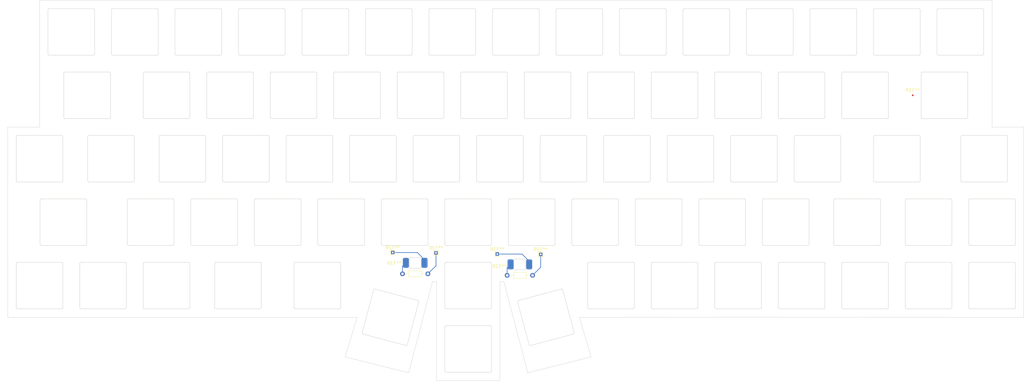
<source format=kicad_pcb>
(kicad_pcb (version 20211014) (generator pcbnew)
  (layers (0 "F.Cu" signal) (31 "B.Cu" signal) (34 "B.Paste" user) (35 "F.Paste" user) (36 "B.SilkS" user "B.Silkscreen") (37 "F.SilkS" user "F.Silkscreen") (38 "B.Mask" user) (39 "F.Mask" user) (44 "Edge.Cuts" user))
  (net 0 "")
  (footprint "TestPoint:TestPoint_THTPad_1.0x1.0mm_Drill0.5mm" (layer "F.Cu") (at 142.1 109.6)
    (fp_text reference "REF**")
    (fp_text value "TestPoint_THTPad_1.0x1.0mm_Drill0.5mm")
  )
  (footprint "OpticalParts:Switch_Cutout" (layer "F.Cu") (at 90.4875 42.8625)
    (fp_text reference "REF**" hide)
    (fp_text value "SW_1u")
    (fp_line (start 7 6.6) (end 7 -6.6) (layer "Edge.Cuts") (width 0.12))
    (fp_line (start -6.6 7) (end 6.6 7) (layer "Edge.Cuts") (width 0.12))
    (fp_line (start -7 -6.6) (end -7 6.6) (layer "Edge.Cuts") (width 0.12))
    (fp_line (start -6.6 -7) (end 6.6 -7) (layer "Edge.Cuts") (width 0.12))
    (fp_arc (start -7 -6.6) (mid -6.882843 -6.882843) (end -6.6 -7) (layer "Edge.Cuts") (width 0.12))
    (fp_arc (start -6.6 7) (mid -6.882843 6.882843) (end -7 6.6) (layer "Edge.Cuts") (width 0.12))
    (fp_arc (start 6.6 -7) (mid 6.882843 -6.882843) (end 7 -6.6) (layer "Edge.Cuts") (width 0.12))
    (fp_arc (start 7 6.6) (mid 6.882843 6.882843) (end 6.6 7) (layer "Edge.Cuts") (width 0.12))
  )
  (footprint "OpticalParts:Switch_Cutout" (layer "F.Cu") (at 252.4125 61.9125)
    (fp_text reference "REF**" hide)
    (fp_text value "SW_1u")
    (fp_line (start -6.6 -7) (end 6.6 -7) (layer "Edge.Cuts") (width 0.12))
    (fp_line (start -7 -6.6) (end -7 6.6) (layer "Edge.Cuts") (width 0.12))
    (fp_line (start 7 6.6) (end 7 -6.6) (layer "Edge.Cuts") (width 0.12))
    (fp_line (start -6.6 7) (end 6.6 7) (layer "Edge.Cuts") (width 0.12))
    (fp_arc (start -7 -6.6) (mid -6.882843 -6.882843) (end -6.6 -7) (layer "Edge.Cuts") (width 0.12))
    (fp_arc (start 6.6 -7) (mid 6.882843 -6.882843) (end 7 -6.6) (layer "Edge.Cuts") (width 0.12))
    (fp_arc (start 7 6.6) (mid 6.882843 6.882843) (end 6.6 7) (layer "Edge.Cuts") (width 0.12))
    (fp_arc (start -6.6 7) (mid -6.882843 6.882843) (end -7 6.6) (layer "Edge.Cuts") (width 0.12))
  )
  (footprint "OpticalParts:MountingHole_2.2mm_M2" (layer "F.Cu") (at 261.9375 107.15625)
    (fp_text reference "REF**")
    (fp_text value "MountingHole_2.2mm_M2")
  )
  (footprint "OpticalParts:MountingHole_1.2mm_M1" (layer "F.Cu") (at 128.5875 52.3875)
    (fp_text reference "REF**")
    (fp_text value "MountingHole_1.2mm_M1")
  )
  (footprint "OpticalParts:Switch_Cutout" (layer "F.Cu") (at 195.2625 119.0625)
    (fp_text reference "REF**" hide)
    (fp_text value "SW_1u")
    (fp_line (start -6.6 -7) (end 6.6 -7) (layer "Edge.Cuts") (width 0.12))
    (fp_line (start -6.6 7) (end 6.6 7) (layer "Edge.Cuts") (width 0.12))
    (fp_line (start 7 6.6) (end 7 -6.6) (layer "Edge.Cuts") (width 0.12))
    (fp_line (start -7 -6.6) (end -7 6.6) (layer "Edge.Cuts") (width 0.12))
    (fp_arc (start -7 -6.6) (mid -6.882843 -6.882843) (end -6.6 -7) (layer "Edge.Cuts") (width 0.12))
    (fp_arc (start -6.6 7) (mid -6.882843 6.882843) (end -7 6.6) (layer "Edge.Cuts") (width 0.12))
    (fp_arc (start 6.6 -7) (mid 6.882843 -6.882843) (end 7 -6.6) (layer "Edge.Cuts") (width 0.12))
    (fp_arc (start 7 6.6) (mid 6.882843 6.882843) (end 6.6 7) (layer "Edge.Cuts") (width 0.12))
  )
  (footprint "OpticalParts:Switch_Cutout" (layer "F.Cu") (at 57.15 100.0125)
    (fp_text reference "REF**" hide)
    (fp_text value "SW_1u")
    (fp_line (start -6.6 7) (end 6.6 7) (layer "Edge.Cuts") (width 0.12))
    (fp_line (start -7 -6.6) (end -7 6.6) (layer "Edge.Cuts") (width 0.12))
    (fp_line (start -6.6 -7) (end 6.6 -7) (layer "Edge.Cuts") (width 0.12))
    (fp_line (start 7 6.6) (end 7 -6.6) (layer "Edge.Cuts") (width 0.12))
    (fp_arc (start -6.6 7) (mid -6.882843 6.882843) (end -7 6.6) (layer "Edge.Cuts") (width 0.12))
    (fp_arc (start -7 -6.6) (mid -6.882843 -6.882843) (end -6.6 -7) (layer "Edge.Cuts") (width 0.12))
    (fp_arc (start 6.6 -7) (mid 6.882843 -6.882843) (end 7 -6.6) (layer "Edge.Cuts") (width 0.12))
    (fp_arc (start 7 6.6) (mid 6.882843 6.882843) (end 6.6 7) (layer "Edge.Cuts") (width 0.12))
  )
  (footprint "OpticalParts:Switch_Cutout" (layer "F.Cu") (at 204.7875 42.8625)
    (fp_text reference "REF**" hide)
    (fp_text value "SW_1u")
    (fp_line (start -6.6 -7) (end 6.6 -7) (layer "Edge.Cuts") (width 0.12))
    (fp_line (start -6.6 7) (end 6.6 7) (layer "Edge.Cuts") (width 0.12))
    (fp_line (start 7 6.6) (end 7 -6.6) (layer "Edge.Cuts") (width 0.12))
    (fp_line (start -7 -6.6) (end -7 6.6) (layer "Edge.Cuts") (width 0.12))
    (fp_arc (start -6.6 7) (mid -6.882843 6.882843) (end -7 6.6) (layer "Edge.Cuts") (width 0.12))
    (fp_arc (start -7 -6.6) (mid -6.882843 -6.882843) (end -6.6 -7) (layer "Edge.Cuts") (width 0.12))
    (fp_arc (start 7 6.6) (mid 6.882843 6.882843) (end 6.6 7) (layer "Edge.Cuts") (width 0.12))
    (fp_arc (start 6.6 -7) (mid 6.882843 -6.882843) (end 7 -6.6) (layer "Edge.Cuts") (width 0.12))
  )
  (footprint "OpticalParts:Switch_Cutout" (layer "F.Cu") (at 171.45 100.0125)
    (fp_text reference "REF**" hide)
    (fp_text value "SW_1u")
    (fp_line (start -6.6 7) (end 6.6 7) (layer "Edge.Cuts") (width 0.12))
    (fp_line (start -7 -6.6) (end -7 6.6) (layer "Edge.Cuts") (width 0.12))
    (fp_line (start 7 6.6) (end 7 -6.6) (layer "Edge.Cuts") (width 0.12))
    (fp_line (start -6.6 -7) (end 6.6 -7) (layer "Edge.Cuts") (width 0.12))
    (fp_arc (start 7 6.6) (mid 6.882843 6.882843) (end 6.6 7) (layer "Edge.Cuts") (width 0.12))
    (fp_arc (start -7 -6.6) (mid -6.882843 -6.882843) (end -6.6 -7) (layer "Edge.Cuts") (width 0.12))
    (fp_arc (start -6.6 7) (mid -6.882843 6.882843) (end -7 6.6) (layer "Edge.Cuts") (width 0.12))
    (fp_arc (start 6.6 -7) (mid 6.882843 -6.882843) (end 7 -6.6) (layer "Edge.Cuts") (width 0.12))
  )
  (footprint "OpticalParts:Switch_Cutout" (layer "F.Cu") (at 261.9375 42.8625)
    (fp_text reference "REF**" hide)
    (fp_text value "SW_1u")
    (fp_line (start 7 6.6) (end 7 -6.6) (layer "Edge.Cuts") (width 0.12))
    (fp_line (start -6.6 -7) (end 6.6 -7) (layer "Edge.Cuts") (width 0.12))
    (fp_line (start -7 -6.6) (end -7 6.6) (layer "Edge.Cuts") (width 0.12))
    (fp_line (start -6.6 7) (end 6.6 7) (layer "Edge.Cuts") (width 0.12))
    (fp_arc (start -6.6 7) (mid -6.882843 6.882843) (end -7 6.6) (layer "Edge.Cuts") (width 0.12))
    (fp_arc (start 7 6.6) (mid 6.882843 6.882843) (end 6.6 7) (layer "Edge.Cuts") (width 0.12))
    (fp_arc (start -7 -6.6) (mid -6.882843 -6.882843) (end -6.6 -7) (layer "Edge.Cuts") (width 0.12))
    (fp_arc (start 6.6 -7) (mid 6.882843 -6.882843) (end 7 -6.6) (layer "Edge.Cuts") (width 0.12))
  )
  (footprint "OpticalParts:MountingHole_2.2mm_M2" (layer "F.Cu") (at 276.225 80.9625)
    (fp_text reference "REF**")
    (fp_text value "MountingHole_2.2mm_M2")
  )
  (footprint "OpticalParts:Switch_Cutout" (layer "F.Cu") (at 233.3625 61.9125)
    (fp_text reference "REF**" hide)
    (fp_text value "SW_1u")
    (fp_line (start -6.6 7) (end 6.6 7) (layer "Edge.Cuts") (width 0.12))
    (fp_line (start -6.6 -7) (end 6.6 -7) (layer "Edge.Cuts") (width 0.12))
    (fp_line (start 7 6.6) (end 7 -6.6) (layer "Edge.Cuts") (width 0.12))
    (fp_line (start -7 -6.6) (end -7 6.6) (layer "Edge.Cuts") (width 0.12))
    (fp_arc (start -6.6 7) (mid -6.882843 6.882843) (end -7 6.6) (layer "Edge.Cuts") (width 0.12))
    (fp_arc (start 7 6.6) (mid 6.882843 6.882843) (end 6.6 7) (layer "Edge.Cuts") (width 0.12))
    (fp_arc (start -7 -6.6) (mid -6.882843 -6.882843) (end -6.6 -7) (layer "Edge.Cuts") (width 0.12))
    (fp_arc (start 6.6 -7) (mid 6.882843 -6.882843) (end 7 -6.6) (layer "Edge.Cuts") (width 0.12))
  )
  (footprint "OpticalParts:Switch_Cutout" (layer "F.Cu") (at 280.9875 42.8625)
    (fp_text reference "REF**" hide)
    (fp_text value "SW_1u")
    (fp_line (start 7 6.6) (end 7 -6.6) (layer "Edge.Cuts") (width 0.12))
    (fp_line (start -6.6 -7) (end 6.6 -7) (layer "Edge.Cuts") (width 0.12))
    (fp_line (start -6.6 7) (end 6.6 7) (layer "Edge.Cuts") (width 0.12))
    (fp_line (start -7 -6.6) (end -7 6.6) (layer "Edge.Cuts") (width 0.12))
    (fp_arc (start -7 -6.6) (mid -6.882843 -6.882843) (end -6.6 -7) (layer "Edge.Cuts") (width 0.12))
    (fp_arc (start 7 6.6) (mid 6.882843 6.882843) (end 6.6 7) (layer "Edge.Cuts") (width 0.12))
    (fp_arc (start 6.6 -7) (mid 6.882843 -6.882843) (end 7 -6.6) (layer "Edge.Cuts") (width 0.12))
    (fp_arc (start -6.6 7) (mid -6.882843 6.882843) (end -7 6.6) (layer "Edge.Cuts") (width 0.12))
  )
  (footprint "OpticalParts:Switch_Cutout" (layer "F.Cu") (at 76.2 100.0125)
    (fp_text reference "REF**" hide)
    (fp_text value "SW_1u")
    (fp_line (start -6.6 7) (end 6.6 7) (layer "Edge.Cuts") (width 0.12))
    (fp_line (start 7 6.6) (end 7 -6.6) (layer "Edge.Cuts") (width 0.12))
    (fp_line (start -6.6 -7) (end 6.6 -7) (layer "Edge.Cuts") (width 0.12))
    (fp_line (start -7 -6.6) (end -7 6.6) (layer "Edge.Cuts") (width 0.12))
    (fp_arc (start 6.6 -7) (mid 6.882843 -6.882843) (end 7 -6.6) (layer "Edge.Cuts") (width 0.12))
    (fp_arc (start -7 -6.6) (mid -6.882843 -6.882843) (end -6.6 -7) (layer "Edge.Cuts") (width 0.12))
    (fp_arc (start 7 6.6) (mid 6.882843 6.882843) (end 6.6 7) (layer "Edge.Cuts") (width 0.12))
    (fp_arc (start -6.6 7) (mid -6.882843 6.882843) (end -7 6.6) (layer "Edge.Cuts") (width 0.12))
  )
  (footprint "OpticalParts:Switch_Cutout" (layer "F.Cu") (at 123.825 80.9625)
    (fp_text reference "REF**" hide)
    (fp_text value "SW_1u")
    (fp_line (start -7 -6.6) (end -7 6.6) (layer "Edge.Cuts") (width 0.12))
    (fp_line (start -6.6 7) (end 6.6 7) (layer "Edge.Cuts") (width 0.12))
    (fp_line (start 7 6.6) (end 7 -6.6) (layer "Edge.Cuts") (width 0.12))
    (fp_line (start -6.6 -7) (end 6.6 -7) (layer "Edge.Cuts") (width 0.12))
    (fp_arc (start 6.6 -7) (mid 6.882843 -6.882843) (end 7 -6.6) (layer "Edge.Cuts") (width 0.12))
    (fp_arc (start -6.6 7) (mid -6.882843 6.882843) (end -7 6.6) (layer "Edge.Cuts") (width 0.12))
    (fp_arc (start 7 6.6) (mid 6.882843 6.882843) (end 6.6 7) (layer "Edge.Cuts") (width 0.12))
    (fp_arc (start -7 -6.6) (mid -6.882843 -6.882843) (end -6.6 -7) (layer "Edge.Cuts") (width 0.12))
  )
  (footprint "OpticalParts:Switch_Cutout" (layer "F.Cu") (at 176.2125 119.0625)
    (fp_text reference "REF**" hide)
    (fp_text value "SW_1u")
    (fp_line (start -6.6 -7) (end 6.6 -7) (layer "Edge.Cuts") (width 0.12))
    (fp_line (start -6.6 7) (end 6.6 7) (layer "Edge.Cuts") (width 0.12))
    (fp_line (start -7 -6.6) (end -7 6.6) (layer "Edge.Cuts") (width 0.12))
    (fp_line (start 7 6.6) (end 7 -6.6) (layer "Edge.Cuts") (width 0.12))
    (fp_arc (start 6.6 -7) (mid 6.882843 -6.882843) (end 7 -6.6) (layer "Edge.Cuts") (width 0.12))
    (fp_arc (start -7 -6.6) (mid -6.882843 -6.882843) (end -6.6 -7) (layer "Edge.Cuts") (width 0.12))
    (fp_arc (start -6.6 7) (mid -6.882843 6.882843) (end -7 6.6) (layer "Edge.Cuts") (width 0.12))
    (fp_arc (start 7 6.6) (mid 6.882843 6.882843) (end 6.6 7) (layer "Edge.Cuts") (width 0.12))
  )
  (footprint "OpticalParts:Switch_Cutout" (layer "F.Cu") (at 166.6875 42.8625)
    (fp_text reference "REF**" hide)
    (fp_text value "SW_1u")
    (fp_line (start -7 -6.6) (end -7 6.6) (layer "Edge.Cuts") (width 0.12))
    (fp_line (start -6.6 7) (end 6.6 7) (layer "Edge.Cuts") (width 0.12))
    (fp_line (start -6.6 -7) (end 6.6 -7) (layer "Edge.Cuts") (width 0.12))
    (fp_line (start 7 6.6) (end 7 -6.6) (layer "Edge.Cuts") (width 0.12))
    (fp_arc (start -7 -6.6) (mid -6.882843 -6.882843) (end -6.6 -7) (layer "Edge.Cuts") (width 0.12))
    (fp_arc (start 6.6 -7) (mid 6.882843 -6.882843) (end 7 -6.6) (layer "Edge.Cuts") (width 0.12))
    (fp_arc (start 7 6.6) (mid 6.882843 6.882843) (end 6.6 7) (layer "Edge.Cuts") (width 0.12))
    (fp_arc (start -6.6 7) (mid -6.882843 6.882843) (end -7 6.6) (layer "Edge.Cuts") (width 0.12))
  )
  (footprint "OpticalParts:Switch_Cutout" (layer "F.Cu") (at 47.625 80.9625)
    (fp_text reference "REF**" hide)
    (fp_text value "SW_1u")
    (fp_line (start -6.6 7) (end 6.6 7) (layer "Edge.Cuts") (width 0.12))
    (fp_line (start -7 -6.6) (end -7 6.6) (layer "Edge.Cuts") (width 0.12))
    (fp_line (start -6.6 -7) (end 6.6 -7) (layer "Edge.Cuts") (width 0.12))
    (fp_line (start 7 6.6) (end 7 -6.6) (layer "Edge.Cuts") (width 0.12))
    (fp_arc (start -6.6 7) (mid -6.882843 6.882843) (end -7 6.6) (layer "Edge.Cuts") (width 0.12))
    (fp_arc (start 6.6 -7) (mid 6.882843 -6.882843) (end 7 -6.6) (layer "Edge.Cuts") (width 0.12))
    (fp_arc (start 7 6.6) (mid 6.882843 6.882843) (end 6.6 7) (layer "Edge.Cuts") (width 0.12))
    (fp_arc (start -7 -6.6) (mid -6.882843 -6.882843) (end -6.6 -7) (layer "Edge.Cuts") (width 0.12))
  )
  (footprint "OpticalParts:Switch_Cutout" (layer "F.Cu") (at 33.3375 42.8625)
    (fp_text reference "REF**" hide)
    (fp_text value "SW_1u")
    (fp_line (start -7 -6.6) (end -7 6.6) (layer "Edge.Cuts") (width 0.12))
    (fp_line (start -6.6 7) (end 6.6 7) (layer "Edge.Cuts") (width 0.12))
    (fp_line (start -6.6 -7) (end 6.6 -7) (layer "Edge.Cuts") (width 0.12))
    (fp_line (start 7 6.6) (end 7 -6.6) (layer "Edge.Cuts") (width 0.12))
    (fp_arc (start 6.6 -7) (mid 6.882843 -6.882843) (end 7 -6.6) (layer "Edge.Cuts") (width 0.12))
    (fp_arc (start 7 6.6) (mid 6.882843 6.882843) (end 6.6 7) (layer "Edge.Cuts") (width 0.12))
    (fp_arc (start -7 -6.6) (mid -6.882843 -6.882843) (end -6.6 -7) (layer "Edge.Cuts") (width 0.12))
    (fp_arc (start -6.6 7) (mid -6.882843 6.882843) (end -7 6.6) (layer "Edge.Cuts") (width 0.12))
  )
  (footprint "OpticalParts:Switch_Cutout" (layer "F.Cu") (at 242.8875 42.8625)
    (fp_text reference "REF**" hide)
    (fp_text value "SW_1u")
    (fp_line (start -6.6 7) (end 6.6 7) (layer "Edge.Cuts") (width 0.12))
    (fp_line (start -7 -6.6) (end -7 6.6) (layer "Edge.Cuts") (width 0.12))
    (fp_line (start 7 6.6) (end 7 -6.6) (layer "Edge.Cuts") (width 0.12))
    (fp_line (start -6.6 -7) (end 6.6 -7) (layer "Edge.Cuts") (width 0.12))
    (fp_arc (start -7 -6.6) (mid -6.882843 -6.882843) (end -6.6 -7) (layer "Edge.Cuts") (width 0.12))
    (fp_arc (start 6.6 -7) (mid 6.882843 -6.882843) (end 7 -6.6) (layer "Edge.Cuts") (width 0.12))
    (fp_arc (start -6.6 7) (mid -6.882843 6.882843) (end -7 6.6) (layer "Edge.Cuts") (width 0.12))
    (fp_arc (start 7 6.6) (mid 6.882843 6.882843) (end 6.6 7) (layer "Edge.Cuts") (width 0.12))
  )
  (footprint "TestPoint:TestPoint_THTPad_1.0x1.0mm_Drill0.5mm" (layer "F.Cu") (at 110.7 109.14)
    (fp_text reference "REF**")
    (fp_text value "TestPoint_THTPad_1.0x1.0mm_Drill0.5mm")
  )
  (footprint "OpticalParts:Switch_Cutout" (layer "F.Cu") (at 176.2125 61.9125)
    (fp_text reference "REF**" hide)
    (fp_text value "SW_1u")
    (fp_line (start -7 -6.6) (end -7 6.6) (layer "Edge.Cuts") (width 0.12))
    (fp_line (start -6.6 -7) (end 6.6 -7) (layer "Edge.Cuts") (width 0.12))
    (fp_line (start -6.6 7) (end 6.6 7) (layer "Edge.Cuts") (width 0.12))
    (fp_line (start 7 6.6) (end 7 -6.6) (layer "Edge.Cuts") (width 0.12))
    (fp_arc (start -6.6 7) (mid -6.882843 6.882843) (end -7 6.6) (layer "Edge.Cuts") (width 0.12))
    (fp_arc (start 6.6 -7) (mid 6.882843 -6.882843) (end 7 -6.6) (layer "Edge.Cuts") (width 0.12))
    (fp_arc (start -7 -6.6) (mid -6.882843 -6.882843) (end -6.6 -7) (layer "Edge.Cuts") (width 0.12))
    (fp_arc (start 7 6.6) (mid 6.882843 6.882843) (end 6.6 7) (layer "Edge.Cuts") (width 0.12))
  )
  (footprint "OpticalParts:Switch_Cutout" (layer "F.Cu") (at 161.925 80.9625)
    (fp_text reference "REF**" hide)
    (fp_text value "SW_1u")
    (fp_line (start -6.6 -7) (end 6.6 -7) (layer "Edge.Cuts") (width 0.12))
    (fp_line (start -6.6 7) (end 6.6 7) (layer "Edge.Cuts") (width 0.12))
    (fp_line (start -7 -6.6) (end -7 6.6) (layer "Edge.Cuts") (width 0.12))
    (fp_line (start 7 6.6) (end 7 -6.6) (layer "Edge.Cuts") (width 0.12))
    (fp_arc (start -6.6 7) (mid -6.882843 6.882843) (end -7 6.6) (layer "Edge.Cuts") (width 0.12))
    (fp_arc (start -7 -6.6) (mid -6.882843 -6.882843) (end -6.6 -7) (layer "Edge.Cuts") (width 0.12))
    (fp_arc (start 6.6 -7) (mid 6.882843 -6.882843) (end 7 -6.6) (layer "Edge.Cuts") (width 0.12))
    (fp_arc (start 7 6.6) (mid 6.882843 6.882843) (end 6.6 7) (layer "Edge.Cuts") (width 0.12))
  )
  (footprint "OpticalParts:MountingHole_2.2mm_M2" (layer "F.Cu") (at 16.66875 80.9625)
    (fp_text reference "REF**")
    (fp_text value "MountingHole_2.2mm_M2")
  )
  (footprint "OpticalParts:Switch_Cutout" (layer "F.Cu") (at 66.675 80.9625)
    (fp_text reference "REF**" hide)
    (fp_text value "SW_1u")
    (fp_line (start 7 6.6) (end 7 -6.6) (layer "Edge.Cuts") (width 0.12))
    (fp_line (start -7 -6.6) (end -7 6.6) (layer "Edge.Cuts") (width 0.12))
    (fp_line (start -6.6 7) (end 6.6 7) (layer "Edge.Cuts") (width 0.12))
    (fp_line (start -6.6 -7) (end 6.6 -7) (layer "Edge.Cuts") (width 0.12))
    (fp_arc (start -7 -6.6) (mid -6.882843 -6.882843) (end -6.6 -7) (layer "Edge.Cuts") (width 0.12))
    (fp_arc (start 6.6 -7) (mid 6.882843 -6.882843) (end 7 -6.6) (layer "Edge.Cuts") (width 0.12))
    (fp_arc (start -6.6 7) (mid -6.882843 6.882843) (end -7 6.6) (layer "Edge.Cuts") (width 0.12))
    (fp_arc (start 7 6.6) (mid 6.882843 6.882843) (end 6.6 7) (layer "Edge.Cuts") (width 0.12))
  )
  (footprint "TestPoint:TestPoint_THTPad_1.0x1.0mm_Drill0.5mm" (layer "F.Cu") (at 155.1 109.7)
    (fp_text reference "REF**")
    (fp_text value "TestPoint_THTPad_1.0x1.0mm_Drill0.5mm")
  )
  (footprint "Resistor_THT:R_Axial_DIN0204_L3.6mm_D1.6mm_P7.62mm_Horizontal" (layer "F.Cu") (at 145.04 116)
    (fp_text reference "REF**")
    (fp_text value "R_Axial_DIN0204_L3.6mm_D1.6mm_P7.62mm_Horizontal")
  )
  (footprint "OpticalParts:MountingHole_2.2mm_M2" (layer "F.Cu") (at 123.825 90.4875)
    (fp_text reference "REF**")
    (fp_text value "MountingHole_2.2mm_M2")
  )
  (footprint "OpticalParts:Switch_Cutout_1.25u" (layer "F.Cu") (at 250.03125 100.0125)
    (fp_text reference "REF**" hide)
    (fp_text value "SW_1.25u")
    (fp_line (start 7 6.6) (end 7 -6.6) (layer "Edge.Cuts") (width 0.12))
    (fp_line (start -6.6 7) (end 6.6 7) (layer "Edge.Cuts") (width 0.12))
    (fp_line (start -6.6 -7) (end 6.6 -7) (layer "Edge.Cuts") (width 0.12))
    (fp_line (start -7 -6.6) (end -7 6.6) (layer "Edge.Cuts") (width 0.12))
    (fp_arc (start -7 -6.6) (mid -6.882843 -6.882843) (end -6.6 -7) (layer "Edge.Cuts") (width 0.12))
    (fp_arc (start -6.6 7) (mid -6.882843 6.882843) (end -7 6.6) (layer "Edge.Cuts") (width 0.12))
    (fp_arc (start 7 6.6) (mid 6.882843 6.882843) (end 6.6 7) (layer "Edge.Cuts") (width 0.12))
    (fp_arc (start 6.6 -7) (mid 6.882843 -6.882843) (end 7 -6.6) (layer "Edge.Cuts") (width 0.12))
  )
  (footprint "OpticalParts:Switch_Cutout" (layer "F.Cu") (at 100.0125 61.9125)
    (fp_text reference "REF**" hide)
    (fp_text value "SW_1u")
    (fp_line (start -6.6 -7) (end 6.6 -7) (layer "Edge.Cuts") (width 0.12))
    (fp_line (start -7 -6.6) (end -7 6.6) (layer "Edge.Cuts") (width 0.12))
    (fp_line (start 7 6.6) (end 7 -6.6) (layer "Edge.Cuts") (width 0.12))
    (fp_line (start -6.6 7) (end 6.6 7) (layer "Edge.Cuts") (width 0.12))
    (fp_arc (start -6.6 7) (mid -6.882843 6.882843) (end -7 6.6) (layer "Edge.Cuts") (width 0.12))
    (fp_arc (start -7 -6.6) (mid -6.882843 -6.882843) (end -6.6 -7) (layer "Edge.Cuts") (width 0.12))
    (fp_arc (start 7 6.6) (mid 6.882843 6.882843) (end 6.6 7) (layer "Edge.Cuts") (width 0.12))
    (fp_arc (start 6.6 -7) (mid 6.882843 -6.882843) (end 7 -6.6) (layer "Edge.Cuts") (width 0.12))
  )
  (footprint "OpticalParts:Switch_Cutout" (layer "F.Cu") (at 133.35 100.0125)
    (fp_text reference "REF**" hide)
    (fp_text value "SW_1u")
    (fp_line (start -7 -6.6) (end -7 6.6) (layer "Edge.Cuts") (width 0.12))
    (fp_line (start 7 6.6) (end 7 -6.6) (layer "Edge.Cuts") (width 0.12))
    (fp_line (start -6.6 -7) (end 6.6 -7) (layer "Edge.Cuts") (width 0.12))
    (fp_line (start -6.6 7) (end 6.6 7) (layer "Edge.Cuts") (width 0.12))
    (fp_arc (start 7 6.6) (mid 6.882843 6.882843) (end 6.6 7) (layer "Edge.Cuts") (width 0.12))
    (fp_arc (start 6.6 -7) (mid 6.882843 -6.882843) (end 7 -6.6) (layer "Edge.Cuts") (width 0.12))
    (fp_arc (start -6.6 7) (mid -6.882843 6.882843) (end -7 6.6) (layer "Edge.Cuts") (width 0.12))
    (fp_arc (start -7 -6.6) (mid -6.882843 -6.882843) (end -6.6 -7) (layer "Edge.Cuts") (width 0.12))
  )
  (footprint "OpticalParts:Switch_Cutout" (layer "F.Cu") (at 209.55 100.0125)
    (fp_text reference "REF**" hide)
    (fp_text value "SW_1u")
    (fp_line (start -7 -6.6) (end -7 6.6) (layer "Edge.Cuts") (width 0.12))
    (fp_line (start -6.6 -7) (end 6.6 -7) (layer "Edge.Cuts") (width 0.12))
    (fp_line (start -6.6 7) (end 6.6 7) (layer "Edge.Cuts") (width 0.12))
    (fp_line (start 7 6.6) (end 7 -6.6) (layer "Edge.Cuts") (width 0.12))
    (fp_arc (start -6.6 7) (mid -6.882843 6.882843) (end -7 6.6) (layer "Edge.Cuts") (width 0.12))
    (fp_arc (start -7 -6.6) (mid -6.882843 -6.882843) (end -6.6 -7) (layer "Edge.Cuts") (width 0.12))
    (fp_arc (start 6.6 -7) (mid 6.882843 -6.882843) (end 7 -6.6) (layer "Edge.Cuts") (width 0.12))
    (fp_arc (start 7 6.6) (mid 6.882843 6.882843) (end 6.6 7) (layer "Edge.Cuts") (width 0.12))
  )
  (footprint "OpticalParts:Switch_Cutout" (layer "F.Cu") (at 252.4125 119.0625)
    (fp_text reference "REF**" hide)
    (fp_text value "SW_1u")
    (fp_line (start -6.6 -7) (end 6.6 -7) (layer "Edge.Cuts") (width 0.12))
    (fp_line (start 7 6.6) (end 7 -6.6) (layer "Edge.Cuts") (width 0.12))
    (fp_line (start -7 -6.6) (end -7 6.6) (layer "Edge.Cuts") (width 0.12))
    (fp_line (start -6.6 7) (end 6.6 7) (layer "Edge.Cuts") (width 0.12))
    (fp_arc (start -6.6 7) (mid -6.882843 6.882843) (end -7 6.6) (layer "Edge.Cuts") (width 0.12))
    (fp_arc (start 6.6 -7) (mid 6.882843 -6.882843) (end 7 -6.6) (layer "Edge.Cuts") (width 0.12))
    (fp_arc (start -7 -6.6) (mid -6.882843 -6.882843) (end -6.6 -7) (layer "Edge.Cuts") (width 0.12))
    (fp_arc (start 7 6.6) (mid 6.882843 6.882843) (end 6.6 7) (layer "Edge.Cuts") (width 0.12))
  )
  (footprint "OpticalParts:Switch_Cutout_1.5u" (layer "F.Cu") (at 19.05 61.9125)
    (fp_text reference "REF**" hide)
    (fp_text value "SW_1.5u")
    (fp_line (start -6.6 -7) (end 6.6 -7) (layer "Edge.Cuts") (width 0.12))
    (fp_line (start 7 6.6) (end 7 -6.6) (layer "Edge.Cuts") (width 0.12))
    (fp_line (start -7 -6.6) (end -7 6.6) (layer "Edge.Cuts") (width 0.12))
    (fp_line (start -6.6 7) (end 6.6 7) (layer "Edge.Cuts") (width 0.12))
    (fp_arc (start -7 -6.6) (mid -6.882843 -6.882843) (end -6.6 -7) (layer "Edge.Cuts") (width 0.12))
    (fp_arc (start 6.6 -7) (mid 6.882843 -6.882843) (end 7 -6.6) (layer "Edge.Cuts") (width 0.12))
    (fp_arc (start -6.6 7) (mid -6.882843 6.882843) (end -7 6.6) (layer "Edge.Cuts") (width 0.12))
    (fp_arc (start 7 6.6) (mid 6.882843 6.882843) (end 6.6 7) (layer "Edge.Cuts") (width 0.12))
  )
  (footprint "OpticalParts:MountingHole_2.2mm_M2" (layer "F.Cu") (at 52.3875 52.3875)
    (fp_text reference "REF**")
    (fp_text value "MountingHole_2.2mm_M2")
  )
  (footprint "OpticalParts:Switch_Cutout" (layer "F.Cu") (at 290.5125 119.0625)
    (fp_text reference "REF**" hide)
    (fp_text value "SW_1u")
    (fp_line (start -7 -6.6) (end -7 6.6) (layer "Edge.Cuts") (width 0.12))
    (fp_line (start -6.6 -7) (end 6.6 -7) (layer "Edge.Cuts") (width 0.12))
    (fp_line (start 7 6.6) (end 7 -6.6) (layer "Edge.Cuts") (width 0.12))
    (fp_line (start -6.6 7) (end 6.6 7) (layer "Edge.Cuts") (width 0.12))
    (fp_arc (start -6.6 7) (mid -6.882843 6.882843) (end -7 6.6) (layer "Edge.Cuts") (width 0.12))
    (fp_arc (start -7 -6.6) (mid -6.882843 -6.882843) (end -6.6 -7) (layer "Edge.Cuts") (width 0.12))
    (fp_arc (start 7 6.6) (mid 6.882843 6.882843) (end 6.6 7) (layer "Edge.Cuts") (width 0.12))
    (fp_arc (start 6.6 -7) (mid 6.882843 -6.882843) (end 7 -6.6) (layer "Edge.Cuts") (width 0.12))
  )
  (footprint "OpticalParts:Switch_Cutout" (layer "F.Cu") (at 271.4625 119.0625)
    (fp_text reference "REF**" hide)
    (fp_text value "SW_1u")
    (fp_line (start -6.6 -7) (end 6.6 -7) (layer "Edge.Cuts") (width 0.12))
    (fp_line (start -6.6 7) (end 6.6 7) (layer "Edge.Cuts") (width 0.12))
    (fp_line (start 7 6.6) (end 7 -6.6) (layer "Edge.Cuts") (width 0.12))
    (fp_line (start -7 -6.6) (end -7 6.6) (layer "Edge.Cuts") (width 0.12))
    (fp_arc (start 7 6.6) (mid 6.882843 6.882843) (end 6.6 7) (layer "Edge.Cuts") (width 0.12))
    (fp_arc (start -6.6 7) (mid -6.882843 6.882843) (end -7 6.6) (layer "Edge.Cuts") (width 0.12))
    (fp_arc (start 6.6 -7) (mid 6.882843 -6.882843) (end 7 -6.6) (layer "Edge.Cuts") (width 0.12))
    (fp_arc (start -7 -6.6) (mid -6.882843 -6.882843) (end -6.6 -7) (layer "Edge.Cuts") (width 0.12))
  )
  (footprint "OpticalParts:MountingHole_2.2mm_M2" (layer "F.Cu") (at 223.8375 71.4375)
    (fp_text reference "REF**")
    (fp_text value "MountingHole_2.2mm_M2")
  )
  (footprint "OpticalParts:MountingHole_2.2mm_M2" (layer "F.Cu") (at 71.4375 71.4375)
    (fp_text reference "REF**")
    (fp_text value "MountingHole_2.2mm_M2")
  )
  (footprint "OpticalParts:Switch_Cutout" (layer "F.Cu") (at 85.725 80.9625)
    (fp_text reference "REF**" hide)
    (fp_text value "SW_1u")
    (fp_line (start 7 6.6) (end 7 -6.6) (layer "Edge.Cuts") (width 0.12))
    (fp_line (start -6.6 -7) (end 6.6 -7) (layer "Edge.Cuts") (width 0.12))
    (fp_line (start -6.6 7) (end 6.6 7) (layer "Edge.Cuts") (width 0.12))
    (fp_line (start -7 -6.6) (end -7 6.6) (layer "Edge.Cuts") (width 0.12))
    (fp_arc (start 7 6.6) (mid 6.882843 6.882843) (end 6.6 7) (layer "Edge.Cuts") (width 0.12))
    (fp_arc (start 6.6 -7) (mid 6.882843 -6.882843) (end 7 -6.6) (layer "Edge.Cuts") (width 0.12))
    (fp_arc (start -7 -6.6) (mid -6.882843 -6.882843) (end -6.6 -7) (layer "Edge.Cuts") (width 0.12))
    (fp_arc (start -6.6 7) (mid -6.882843 6.882843) (end -7 6.6) (layer "Edge.Cuts") (width 0.12))
  )
  (footprint "OpticalParts:MountingHole_2.2mm_M2" (layer "F.Cu") (at 264.31875 54.76875)
    (fp_text reference "REF**")
    (fp_text value "MountingHole_2.2mm_M2")
  )
  (footprint "OpticalParts:MountingHole_2.2mm_M2" (layer "F.Cu") (at 2.38125 100.0125)
    (fp_text reference "REF**")
    (fp_text value "MountingHole_2.2mm_M2")
  )
  (footprint "OpticalParts:Switch_Cutout" (layer "F.Cu") (at 219.075 80.9625)
    (fp_text reference "REF**" hide)
    (fp_text value "SW_1u")
    (fp_line (start -6.6 7) (end 6.6 7) (layer "Edge.Cuts") (width 0.12))
    (fp_line (start -7 -6.6) (end -7 6.6) (layer "Edge.Cuts") (width 0.12))
    (fp_line (start -6.6 -7) (end 6.6 -7) (layer "Edge.Cuts") (width 0.12))
    (fp_line (start 7 6.6) (end 7 -6.6) (layer "Edge.Cuts") (width 0.12))
    (fp_arc (start 7 6.6) (mid 6.882843 6.882843) (end 6.6 7) (layer "Edge.Cuts") (width 0.12))
    (fp_arc (start 6.6 -7) (mid 6.882843 -6.882843) (end 7 -6.6) (layer "Edge.Cuts") (width 0.12))
    (fp_arc (start -6.6 7) (mid -6.882843 6.882843) (end -7 6.6) (layer "Edge.Cuts") (width 0.12))
    (fp_arc (start -7 -6.6) (mid -6.882843 -6.882843) (end -6.6 -7) (layer "Edge.Cuts") (width 0.12))
  )
  (footprint "OpticalParts:Switch_Cutout" (layer "F.Cu") (at 271.4625 100.0125)
    (fp_text reference "REF**" hide)
    (fp_text value "SW_1u")
    (fp_line (start -6.6 -7) (end 6.6 -7) (layer "Edge.Cuts") (width 0.12))
    (fp_line (start -7 -6.6) (end -7 6.6) (layer "Edge.Cuts") (width 0.12))
    (fp_line (start -6.6 7) (end 6.6 7) (layer "Edge.Cuts") (width 0.12))
    (fp_line (start 7 6.6) (end 7 -6.6) (layer "Edge.Cuts") (width 0.12))
    (fp_arc (start -7 -6.6) (mid -6.882843 -6.882843) (end -6.6 -7) (layer "Edge.Cuts") (width 0.12))
    (fp_arc (start -6.6 7) (mid -6.882843 6.882843) (end -7 6.6) (layer "Edge.Cuts") (width 0.12))
    (fp_arc (start 7 6.6) (mid 6.882843 6.882843) (end 6.6 7) (layer "Edge.Cuts") (width 0.12))
    (fp_arc (start 6.6 -7) (mid 6.882843 -6.882843) (end 7 -6.6) (layer "Edge.Cuts") (width 0.12))
  )
  (footprint "OpticalParts:Switch_Cutout_1.75u" (layer "F.Cu") (at 11.90625 100.0125)
    (fp_text reference "REF**" hide)
    (fp_text value "SW_1.75u")
    (fp_line (start -6.6 7) (end 6.6 7) (layer "Edge.Cuts") (width 0.12))
    (fp_line (start -7 -6.6) (end -7 6.6) (layer "Edge.Cuts") (width 0.12))
    (fp_line (start -6.6 -7) (end 6.6 -7) (layer "Edge.Cuts") (width 0.12))
    (fp_line (start 7 6.6) (end 7 -6.6) (layer "Edge.Cuts") (width 0.12))
    (fp_arc (start 6.6 -7) (mid 6.882843 -6.882843) (end 7 -6.6) (layer "Edge.Cuts") (width 0.12))
    (fp_arc (start 7 6.6) (mid 6.882843 6.882843) (end 6.6 7) (layer "Edge.Cuts") (width 0.12))
    (fp_arc (start -7 -6.6) (mid -6.882843 -6.882843) (end -6.6 -7) (layer "Edge.Cuts") (width 0.12))
    (fp_arc (start -6.6 7) (mid -6.882843 6.882843) (end -7 6.6) (layer "Edge.Cuts") (width 0.12))
  )
  (footprint "OpticalParts:MountingHole_1.2mm_M1" (layer "F.Cu") (at 28.575 109.5375)
    (fp_text reference "REF**")
    (fp_text value "MountingHole_1.2mm_M1")
  )
  (footprint "OpticalParts:Switch_Cutout_1.5u" (layer "F.Cu") (at 261.9375 80.9625)
    (fp_text reference "REF**" hide)
    (fp_text value "SW_1.5u")
    (fp_line (start 7 6.6) (end 7 -6.6) (layer "Edge.Cuts") (width 0.12))
    (fp_line (start -7 -6.6) (end -7 6.6) (layer "Edge.Cuts") (width 0.12))
    (fp_line (start -6.6 7) (end 6.6 7) (layer "Edge.Cuts") (width 0.12))
    (fp_line (start -6.6 -7) (end 6.6 -7) (layer "Edge.Cuts") (width 0.12))
    (fp_arc (start 6.6 -7) (mid 6.882843 -6.882843) (end 7 -6.6) (layer "Edge.Cuts") (width 0.12))
    (fp_arc (start -7 -6.6) (mid -6.882843 -6.882843) (end -6.6 -7) (layer "Edge.Cuts") (width 0.12))
    (fp_arc (start -6.6 7) (mid -6.882843 6.882843) (end -7 6.6) (layer "Edge.Cuts") (width 0.12))
    (fp_arc (start 7 6.6) (mid 6.882843 6.882843) (end 6.6 7) (layer "Edge.Cuts") (width 0.12))
  )
  (footprint "OpticalParts:Switch_Cutout" (layer "F.Cu") (at 195.2625 61.9125)
    (fp_text reference "REF**" hide)
    (fp_text value "SW_1u")
    (fp_line (start -6.6 7) (end 6.6 7) (layer "Edge.Cuts") (width 0.12))
    (fp_line (start 7 6.6) (end 7 -6.6) (layer "Edge.Cuts") (width 0.12))
    (fp_line (start -7 -6.6) (end -7 6.6) (layer "Edge.Cuts") (width 0.12))
    (fp_line (start -6.6 -7) (end 6.6 -7) (layer "Edge.Cuts") (width 0.12))
    (fp_arc (start -6.6 7) (mid -6.882843 6.882843) (end -7 6.6) (layer "Edge.Cuts") (width 0.12))
    (fp_arc (start 7 6.6) (mid 6.882843 6.882843) (end 6.6 7) (layer "Edge.Cuts") (width 0.12))
    (fp_arc (start 6.6 -7) (mid 6.882843 -6.882843) (end 7 -6.6) (layer "Edge.Cuts") (width 0.12))
    (fp_arc (start -7 -6.6) (mid -6.882843 -6.882843) (end -6.6 -7) (layer "Edge.Cuts") (width 0.12))
  )
  (footprint "OpticalParts:Switch_Cutout" (layer "F.Cu") (at 42.8625 61.9125)
    (fp_text reference "REF**" hide)
    (fp_text value "SW_1u")
    (fp_line (start -6.6 7) (end 6.6 7) (layer "Edge.Cuts") (width 0.12))
    (fp_line (start -7 -6.6) (end -7 6.6) (layer "Edge.Cuts") (width 0.12))
    (fp_line (start -6.6 -7) (end 6.6 -7) (layer "Edge.Cuts") (width 0.12))
    (fp_line (start 7 6.6) (end 7 -6.6) (layer "Edge.Cuts") (width 0.12))
    (fp_arc (start 7 6.6) (mid 6.882843 6.882843) (end 6.6 7) (layer "Edge.Cuts") (width 0.12))
    (fp_arc (start 6.6 -7) (mid 6.882843 -6.882843) (end 7 -6.6) (layer "Edge.Cuts") (width 0.12))
    (fp_arc (start -7 -6.6) (mid -6.882843 -6.882843) (end -6.6 -7) (layer "Edge.Cuts") (width 0.12))
    (fp_arc (start -6.6 7) (mid -6.882843 6.882843) (end -7 6.6) (layer "Edge.Cuts") (width 0.12))
  )
  (footprint "OpticalParts:Switch_Cutout_1.5u" (layer "F.Cu") (at 276.225 61.9125)
    (fp_text reference "REF**" hide)
    (fp_text value "SW_1.5u")
    (fp_line (start -7 -6.6) (end -7 6.6) (layer "Edge.Cuts") (width 0.12))
    (fp_line (start -6.6 -7) (end 6.6 -7) (layer "Edge.Cuts") (width 0.12))
    (fp_line (start 7 6.6) (end 7 -6.6) (layer "Edge.Cuts") (width 0.12))
    (fp_line (start -6.6 7) (end 6.6 7) (layer "Edge.Cuts") (width 0.12))
    (fp_arc (start -6.6 7) (mid -6.882843 6.882843) (end -7 6.6) (layer "Edge.Cuts") (width 0.12))
    (fp_arc (start 7 6.6) (mid 6.882843 6.882843) (end 6.6 7) (layer "Edge.Cuts") (width 0.12))
    (fp_arc (start 6.6 -7) (mid 6.882843 -6.882843) (end 7 -6.6) (layer "Edge.Cuts") (width 0.12))
    (fp_arc (start -7 -6.6) (mid -6.882843 -6.882843) (end -6.6 -7) (layer "Edge.Cuts") (width 0.12))
  )
  (footprint "OpticalParts:Switch_Cutout" (layer "F.Cu") (at 104.775 80.9625)
    (fp_text reference "REF**" hide)
    (fp_text value "SW_1u")
    (fp_line (start -6.6 7) (end 6.6 7) (layer "Edge.Cuts") (width 0.12))
    (fp_line (start 7 6.6) (end 7 -6.6) (layer "Edge.Cuts") (width 0.12))
    (fp_line (start -6.6 -7) (end 6.6 -7) (layer "Edge.Cuts") (width 0.12))
    (fp_line (start -7 -6.6) (end -7 6.6) (layer "Edge.Cuts") (width 0.12))
    (fp_arc (start -7 -6.6) (mid -6.882843 -6.882843) (end -6.6 -7) (layer "Edge.Cuts") (width 0.12))
    (fp_arc (start 7 6.6) (mid 6.882843 6.882843) (end 6.6 7) (layer "Edge.Cuts") (width 0.12))
    (fp_arc (start -6.6 7) (mid -6.882843 6.882843) (end -7 6.6) (layer "Edge.Cuts") (width 0.12))
    (fp_arc (start 6.6 -7) (mid 6.882843 -6.882843) (end 7 -6.6) (layer "Edge.Cuts") (width 0.12))
  )
  (footprint "OpticalParts:Switch_Cutout" (layer "F.Cu") (at 238.125 80.9625)
    (fp_text reference "REF**" hide)
    (fp_text value "SW_1u")
    (fp_line (start -6.6 7) (end 6.6 7) (layer "Edge.Cuts") (width 0.12))
    (fp_line (start -7 -6.6) (end -7 6.6) (layer "Edge.Cuts") (width 0.12))
    (fp_line (start 7 6.6) (end 7 -6.6) (layer "Edge.Cuts") (width 0.12))
    (fp_line (start -6.6 -7) (end 6.6 -7) (layer "Edge.Cuts") (width 0.12))
    (fp_arc (start -7 -6.6) (mid -6.882843 -6.882843) (end -6.6 -7) (layer "Edge.Cuts") (width 0.12))
    (fp_arc (start 7 6.6) (mid 6.882843 6.882843) (end 6.6 7) (layer "Edge.Cuts") (width 0.12))
    (fp_arc (start -6.6 7) (mid -6.882843 6.882843) (end -7 6.6) (layer "Edge.Cuts") (width 0.12))
    (fp_arc (start 6.6 -7) (mid 6.882843 -6.882843) (end 7 -6.6) (layer "Edge.Cuts") (width 0.12))
  )
  (footprint "OpticalParts:Switch_Cutout" (layer "F.Cu") (at 142.875 80.9625)
    (fp_text reference "REF**" hide)
    (fp_text value "SW_1u")
    (fp_line (start -6.6 -7) (end 6.6 -7) (layer "Edge.Cuts") (width 0.12))
    (fp_line (start -7 -6.6) (end -7 6.6) (layer "Edge.Cuts") (width 0.12))
    (fp_line (start 7 6.6) (end 7 -6.6) (layer "Edge.Cuts") (width 0.12))
    (fp_line (start -6.6 7) (end 6.6 7) (layer "Edge.Cuts") (width 0.12))
    (fp_arc (start -6.6 7) (mid -6.882843 6.882843) (end -7 6.6) (layer "Edge.Cuts") (width 0.12))
    (fp_arc (start 7 6.6) (mid 6.882843 6.882843) (end 6.6 7) (layer "Edge.Cuts") (width 0.12))
    (fp_arc (start -7 -6.6) (mid -6.882843 -6.882843) (end -6.6 -7) (layer "Edge.Cuts") (width 0.12))
    (fp_arc (start 6.6 -7) (mid 6.882843 -6.882843) (end 7 -6.6) (layer "Edge.Cuts") (width 0.12))
  )
  (footprint "OpticalParts:MountingHole_2.2mm_M2" (layer "F.Cu") (at 47.625 109.5375)
    (fp_text reference "REF**")
    (fp_text value "MountingHole_2.2mm_M2")
  )
  (footprint "OpticalParts:MountingHole_2.2mm_M2" (layer "F.Cu") (at 147.6375 52.3875)
    (fp_text reference "REF**")
    (fp_text value "MountingHole_2.2mm_M2")
  )
  (footprint "TestPoint:TestPoint_THTPad_1.0x1.0mm_Drill0.5mm" (layer "F.Cu") (at 123.7 109.24)
    (fp_text reference "REF**")
    (fp_text value "TestPoint_THTPad_1.0x1.0mm_Drill0.5mm")
  )
  (footprint "OpticalParts:MountingHole_2.2mm_M2" (layer "F.Cu") (at 85.725 90.4875)
    (fp_text reference "REF**")
    (fp_text value "MountingHole_2.2mm_M2")
  )
  (footprint "OpticalParts:Switch_Cutout_1.25u" (layer "F.Cu") (at 288.13125 80.9625)
    (fp_text reference "REF**" hide)
    (fp_text value "SW_1.25u")
    (fp_line (start -7 -6.6) (end -7 6.6) (layer "Edge.Cuts") (width 0.12))
    (fp_line (start -6.6 7) (end 6.6 7) (layer "Edge.Cuts") (width 0.12))
    (fp_line (start 7 6.6) (end 7 -6.6) (layer "Edge.Cuts") (width 0.12))
    (fp_line (start -6.6 -7) (end 6.6 -7) (layer "Edge.Cuts") (width 0.12))
    (fp_arc (start -6.6 7) (mid -6.882843 6.882843) (end -7 6.6) (layer "Edge.Cuts") (width 0.12))
    (fp_arc (start 6.6 -7) (mid 6.882843 -6.882843) (end 7 -6.6) (layer "Edge.Cuts") (width 0.12))
    (fp_arc (start -7 -6.6) (mid -6.882843 -6.882843) (end -6.6 -7) (layer "Edge.Cuts") (width 0.12))
    (fp_arc (start 7 6.6) (mid 6.882843 6.882843) (end 6.6 7) (layer "Edge.Cuts") (width 0.12))
  )
  (footprint "OpticalParts:Switch_Cutout" (layer "F.Cu") (at 109.5375 42.8625)
    (fp_text reference "REF**" hide)
    (fp_text value "SW_1u")
    (fp_line (start -6.6 -7) (end 6.6 -7) (layer "Edge.Cuts") (width 0.12))
    (fp_line (start -7 -6.6) (end -7 6.6) (layer "Edge.Cuts") (width 0.12))
    (fp_line (start 7 6.6) (end 7 -6.6) (layer "Edge.Cuts") (width 0.12))
    (fp_line (start -6.6 7) (end 6.6 7) (layer "Edge.Cuts") (width 0.12))
    (fp_arc (start 6.6 -7) (mid 6.882843 -6.882843) (end 7 -6.6) (layer "Edge.Cuts") (width 0.12))
    (fp_arc (start 7 6.6) (mid 6.882843 6.882843) (end 6.6 7) (layer "Edge.Cuts") (width 0.12))
    (fp_arc (start -7 -6.6) (mid -6.882843 -6.882843) (end -6.6 -7) (layer "Edge.Cuts") (width 0.12))
    (fp_arc (start -6.6 7) (mid -6.882843 6.882843) (end -7 6.6) (layer "Edge.Cuts") (width 0.12))
  )
  (footprint "OpticalParts:Switch_Cutout" (layer "F.Cu") (at 95.25 100.0125)
    (fp_text reference "REF**" hide)
    (fp_text value "SW_1u")
    (fp_line (start -6.6 -7) (end 6.6 -7) (layer "Edge.Cuts") (width 0.12))
    (fp_line (start -7 -6.6) (end -7 6.6) (layer "Edge.Cuts") (width 0.12))
    (fp_line (start -6.6 7) (end 6.6 7) (layer "Edge.Cuts") (width 0.12))
    (fp_line (start 7 6.6) (end 7 -6.6) (layer "Edge.Cuts") (width 0.12))
    (fp_arc (start -6.6 7) (mid -6.882843 6.882843) (end -7 6.6) (layer "Edge.Cuts") (width 0.12))
    (fp_arc (start -7 -6.6) (mid -6.882843 -6.882843) (end -6.6 -7) (layer "Edge.Cuts") (width 0.12))
    (fp_arc (start 6.6 -7) (mid 6.882843 -6.882843) (end 7 -6.6) (layer "Edge.Cuts") (width 0.12))
    (fp_arc (start 7 6.6) (mid 6.882843 6.882843) (end 6.6 7) (layer "Edge.Cuts") (width 0.12))
  )
  (footprint "OpticalParts:Switch_Cutout" (layer "F.Cu") (at 133.35 119.0625)
    (fp_text reference "REF**" hide)
    (fp_text value "SW_1u")
    (fp_line (start -6.6 -7) (end 6.6 -7) (layer "Edge.Cuts") (width 0.12))
    (fp_line (start -6.6 7) (end 6.6 7) (layer "Edge.Cuts") (width 0.12))
    (fp_line (start 7 6.6) (end 7 -6.6) (layer "Edge.Cuts") (width 0.12))
    (fp_line (start -7 -6.6) (end -7 6.6) (layer "Edge.Cuts") (width 0.12))
    (fp_arc (start -6.6 7) (mid -6.882843 6.882843) (end -7 6.6) (layer "Edge.Cuts") (width 0.12))
    (fp_arc (start 7 6.6) (mid 6.882843 6.882843) (end 6.6 7) (layer "Edge.Cuts") (width 0.12))
    (fp_arc (start 6.6 -7) (mid 6.882843 -6.882843) (end 7 -6.6) (layer "Edge.Cuts") (width 0.12))
    (fp_arc (start -7 -6.6) (mid -6.882843 -6.882843) (end -6.6 -7) (layer "Edge.Cuts") (width 0.12))
  )
  (footprint "OpticalParts:Switch_Cutout" (layer "F.Cu") (at 42.8625 119.0625)
    (fp_text reference "REF**" hide)
    (fp_text value "SW_1u")
    (fp_line (start -7 -6.6) (end -7 6.6) (layer "Edge.Cuts") (width 0.12))
    (fp_line (start -6.6 -7) (end 6.6 -7) (layer "Edge.Cuts") (width 0.12))
    (fp_line (start 7 6.6) (end 7 -6.6) (layer "Edge.Cuts") (width 0.12))
    (fp_line (start -6.6 7) (end 6.6 7) (layer "Edge.Cuts") (width 0.12))
    (fp_arc (start -7 -6.6) (mid -6.882843 -6.882843) (end -6.6 -7) (layer "Edge.Cuts") (width 0.12))
    (fp_arc (start 6.6 -7) (mid 6.882843 -6.882843) (end 7 -6.6) (layer "Edge.Cuts") (width 0.12))
    (fp_arc (start -6.6 7) (mid -6.882843 6.882843) (end -7 6.6) (layer "Edge.Cuts") (width 0.12))
    (fp_arc (start 7 6.6) (mid 6.882843 6.882843) (end 6.6 7) (layer "Edge.Cuts") (width 0.12))
  )
  (footprint "OpticalParts:Switch_Cutout" (layer "F.Cu") (at 80.9625 61.9125)
    (fp_text reference "REF**" hide)
    (fp_text value "SW_1u")
    (fp_line (start -6.6 7) (end 6.6 7) (layer "Edge.Cuts") (width 0.12))
    (fp_line (start -6.6 -7) (end 6.6 -7) (layer "Edge.Cuts") (width 0.12))
    (fp_line (start -7 -6.6) (end -7 6.6) (layer "Edge.Cuts") (width 0.12))
    (fp_line (start 7 6.6) (end 7 -6.6) (layer "Edge.Cuts") (width 0.12))
    (fp_arc (start 7 6.6) (mid 6.882843 6.882843) (end 6.6 7) (layer "Edge.Cuts") (width 0.12))
    (fp_arc (start 6.6 -7) (mid 6.882843 -6.882843) (end 7 -6.6) (layer "Edge.Cuts") (width 0.12))
    (fp_arc (start -6.6 7) (mid -6.882843 6.882843) (end -7 6.6) (layer "Edge.Cuts") (width 0.12))
    (fp_arc (start -7 -6.6) (mid -6.882843 -6.882843) (end -6.6 -7) (layer "Edge.Cuts") (width 0.12))
  )
  (footprint "Fiducial:Fiducial_0.5mm_Mask1mm" (layer "F.Cu") (at 266.7 61.9125)
    (fp_text reference "REF**")
    (fp_text value "Fiducial_0.5mm_Mask1mm")
  )
  (footprint "OpticalParts:Switch_Cutout" (layer "F.Cu") (at 138.1125 61.9125)
    (fp_text reference "REF**" hide)
    (fp_text value "SW_1u")
    (fp_line (start -6.6 7) (end 6.6 7) (layer "Edge.Cuts") (width 0.12))
    (fp_line (start -6.6 -7) (end 6.6 -7) (layer "Edge.Cuts") (width 0.12))
    (fp_line (start -7 -6.6) (end -7 6.6) (layer "Edge.Cuts") (width 0.12))
    (fp_line (start 7 6.6) (end 7 -6.6) (layer "Edge.Cuts") (width 0.12))
    (fp_arc (start -7 -6.6) (mid -6.882843 -6.882843) (end -6.6 -7) (layer "Edge.Cuts") (width 0.12))
    (fp_arc (start 6.6 -7) (mid 6.882843 -6.882843) (end 7 -6.6) (layer "Edge.Cuts") (width 0.12))
    (fp_arc (start -6.6 7) (mid -6.882843 6.882843) (end -7 6.6) (layer "Edge.Cuts") (width 0.12))
    (fp_arc (start 7 6.6) (mid 6.882843 6.882843) (end 6.6 7) (layer "Edge.Cuts") (width 0.12))
  )
  (footprint "OpticalParts:Switch_Cutout" (layer "F.Cu") (at 61.9125 61.9125)
    (fp_text reference "REF**" hide)
    (fp_text value "SW_1u")
    (fp_line (start -7 -6.6) (end -7 6.6) (layer "Edge.Cuts") (width 0.12))
    (fp_line (start -6.6 7) (end 6.6 7) (layer "Edge.Cuts") (width 0.12))
    (fp_line (start -6.6 -7) (end 6.6 -7) (layer "Edge.Cuts") (width 0.12))
    (fp_line (start 7 6.6) (end 7 -6.6) (layer "Edge.Cuts") (width 0.12))
    (fp_arc (start -6.6 7) (mid -6.882843 6.882843) (end -7 6.6) (layer "Edge.Cuts") (width 0.12))
    (fp_arc (start -7 -6.6) (mid -6.882843 -6.882843) (end -6.6 -7) (layer "Edge.Cuts") (width 0.12))
    (fp_arc (start 6.6 -7) (mid 6.882843 -6.882843) (end 7 -6.6) (layer "Edge.Cuts") (width 0.12))
    (fp_arc (start 7 6.6) (mid 6.882843 6.882843) (end 6.6 7) (layer "Edge.Cuts") (width 0.12))
  )
  (footprint "OpticalParts:Switch_Cutout_1.5u" (layer "F.Cu") (at 110.0375 128.5875 75)
    (fp_text reference "REF**" hide)
    (fp_text value "SW_1.5u")
    (fp_line (start -7 -6.6) (end -7 6.6) (layer "Edge.Cuts") (width 0.12))
    (fp_line (start -6.6 -7) (end 6.6 -7) (layer "Edge.Cuts") (width 0.12))
    (fp_line (start 7 6.6) (end 7 -6.6) (layer "Edge.Cuts") (width 0.12))
    (fp_line (start -6.6 7) (end 6.6 7) (layer "Edge.Cuts") (width 0.12))
    (fp_arc (start -7 -6.6) (mid -6.882843 -6.882843) (end -6.6 -7) (layer "Edge.Cuts") (width 0.12))
    (fp_arc (start -6.6 7) (mid -6.882843 6.882843) (end -7 6.6) (layer "Edge.Cuts") (width 0.12))
    (fp_arc (start 7 6.6) (mid 6.882843 6.882843) (end 6.6 7) (layer "Edge.Cuts") (width 0.12))
    (fp_arc (start 6.6 -7) (mid 6.882843 -6.882843) (end 7 -6.6) (layer "Edge.Cuts") (width 0.12))
  )
  (footprint "OpticalParts:Switch_Cutout" (layer "F.Cu") (at 4.7625 119.0625)
    (fp_text reference "REF**" hide)
    (fp_text value "SW_1u")
    (fp_line (start 7 6.6) (end 7 -6.6) (layer "Edge.Cuts") (width 0.12))
    (fp_line (start -6.6 -7) (end 6.6 -7) (layer "Edge.Cuts") (width 0.12))
    (fp_line (start -7 -6.6) (end -7 6.6) (layer "Edge.Cuts") (width 0.12))
    (fp_line (start -6.6 7) (end 6.6 7) (layer "Edge.Cuts") (width 0.12))
    (fp_arc (start -7 -6.6) (mid -6.882843 -6.882843) (end -6.6 -7) (layer "Edge.Cuts") (width 0.12))
    (fp_arc (start 7 6.6) (mid 6.882843 6.882843) (end 6.6 7) (layer "Edge.Cuts") (width 0.12))
    (fp_arc (start -6.6 7) (mid -6.882843 6.882843) (end -7 6.6) (layer "Edge.Cuts") (width 0.12))
    (fp_arc (start 6.6 -7) (mid 6.882843 -6.882843) (end 7 -6.6) (layer "Edge.Cuts") (width 0.12))
  )
  (footprint "OpticalParts:Switch_Cutout" (layer "F.Cu") (at 233.3625 119.0625)
    (fp_text reference "REF**" hide)
    (fp_text value "SW_1u")
    (fp_line (start 7 6.6) (end 7 -6.6) (layer "Edge.Cuts") (width 0.12))
    (fp_line (start -7 -6.6) (end -7 6.6) (layer "Edge.Cuts") (width 0.12))
    (fp_line (start -6.6 -7) (end 6.6 -7) (layer "Edge.Cuts") (width 0.12))
    (fp_line (start -6.6 7) (end 6.6 7) (layer "Edge.Cuts") (width 0.12))
    (fp_arc (start 6.6 -7) (mid 6.882843 -6.882843) (end 7 -6.6) (layer "Edge.Cuts") (width 0.12))
    (fp_arc (start -7 -6.6) (mid -6.882843 -6.882843) (end -6.6 -7) (layer "Edge.Cuts") (width 0.12))
    (fp_arc (start 7 6.6) (mid 6.882843 6.882843) (end 6.6 7) (layer "Edge.Cuts") (width 0.12))
    (fp_arc (start -6.6 7) (mid -6.882843 6.882843) (end -7 6.6) (layer "Edge.Cuts") (width 0.12))
  )
  (footprint "OpticalParts:Switch_Cutout" (layer "F.Cu") (at 4.7625 80.9625)
    (fp_text reference "REF**" hide)
    (fp_text value "SW_1u")
    (fp_line (start 7 6.6) (end 7 -6.6) (layer "Edge.Cuts") (width 0.12))
    (fp_line (start -7 -6.6) (end -7 6.6) (layer "Edge.Cuts") (width 0.12))
    (fp_line (start -6.6 -7) (end 6.6 -7) (layer "Edge.Cuts") (width 0.12))
    (fp_line (start -6.6 7) (end 6.6 7) (layer "Edge.Cuts") (width 0.12))
    (fp_arc (start -7 -6.6) (mid -6.882843 -6.882843) (end -6.6 -7) (layer "Edge.Cuts") (width 0.12))
    (fp_arc (start 7 6.6) (mid 6.882843 6.882843) (end 6.6 7) (layer "Edge.Cuts") (width 0.12))
    (fp_arc (start -6.6 7) (mid -6.882843 6.882843) (end -7 6.6) (layer "Edge.Cuts") (width 0.12))
    (fp_arc (start 6.6 -7) (mid 6.882843 -6.882843) (end 7 -6.6) (layer "Edge.Cuts") (width 0.12))
  )
  (footprint "OpticalParts:Switch_Cutout_1.25u" (layer "F.Cu") (at 88.10625 119.0625)
    (fp_text reference "REF**" hide)
    (fp_text value "SW_1.25u")
    (fp_line (start 7 6.6) (end 7 -6.6) (layer "Edge.Cuts") (width 0.12))
    (fp_line (start -6.6 -7) (end 6.6 -7) (layer "Edge.Cuts") (width 0.12))
    (fp_line (start -6.6 7) (end 6.6 7) (layer "Edge.Cuts") (width 0.12))
    (fp_line (start -7 -6.6) (end -7 6.6) (layer "Edge.Cuts") (width 0.12))
    (fp_arc (start 6.6 -7) (mid 6.882843 -6.882843) (end 7 -6.6) (layer "Edge.Cuts") (width 0.12))
    (fp_arc (start -6.6 7) (mid -6.882843 6.882843) (end -7 6.6) (layer "Edge.Cuts") (width 0.12))
    (fp_arc (start 7 6.6) (mid 6.882843 6.882843) (end 6.6 7) (layer "Edge.Cuts") (width 0.12))
    (fp_arc (start -7 -6.6) (mid -6.882843 -6.882843) (end -6.6 -7) (layer "Edge.Cuts") (width 0.12))
  )
  (footprint "OpticalParts:MountingHole_2.2mm_M2" (layer "F.Cu") (at 102.39375 111.91875)
    (fp_text reference "REF**")
    (fp_text value "MountingHole_2.2mm_M2")
  )
  (footprint "OpticalParts:Switch_Cutout" (layer "F.Cu") (at 128.5875 42.8625)
    (fp_text reference "REF**" hide)
    (fp_text value "SW_1u")
    (fp_line (start 7 6.6) (end 7 -6.6) (layer "Edge.Cuts") (width 0.12))
    (fp_line (start -6.6 7) (end 6.6 7) (layer "Edge.Cuts") (width 0.12))
    (fp_line (start -7 -6.6) (end -7 6.6) (layer "Edge.Cuts") (width 0.12))
    (fp_line (start -6.6 -7) (end 6.6 -7) (layer "Edge.Cuts") (width 0.12))
    (fp_arc (start 6.6 -7) (mid 6.882843 -6.882843) (end 7 -6.6) (layer "Edge.Cuts") (width 0.12))
    (fp_arc (start -6.6 7) (mid -6.882843 6.882843) (end -7 6.6) (layer "Edge.Cuts") (width 0.12))
    (fp_arc (start -7 -6.6) (mid -6.882843 -6.882843) (end -6.6 -7) (layer "Edge.Cuts") (width 0.12))
    (fp_arc (start 7 6.6) (mid 6.882843 6.882843) (end 6.6 7) (layer "Edge.Cuts") (width 0.12))
  )
  (footprint "OpticalParts:MountingHole_2.2mm_M2" (layer "F.Cu") (at 185.7375 71.4375)
    (fp_text reference "REF**")
    (fp_text value "MountingHole_2.2mm_M2")
  )
  (footprint "OpticalParts:MountingHole_2.2mm_M2" (layer "F.Cu") (at 223.8375 109.5375)
    (fp_text reference "REF**")
    (fp_text value "MountingHole_2.2mm_M2")
  )
  (footprint "OpticalParts:Switch_Cutout" (layer "F.Cu") (at 38.1 100.0125)
    (fp_text reference "REF**" hide)
    (fp_text value "SW_1u")
    (fp_line (start 7 6.6) (end 7 -6.6) (layer "Edge.Cuts") (width 0.12))
    (fp_line (start -6.6 -7) (end 6.6 -7) (layer "Edge.Cuts") (width 0.12))
    (fp_line (start -7 -6.6) (end -7 6.6) (layer "Edge.Cuts") (width 0.12))
    (fp_line (start -6.6 7) (end 6.6 7) (layer "Edge.Cuts") (width 0.12))
    (fp_arc (start -6.6 7) (mid -6.882843 6.882843) (end -7 6.6) (layer "Edge.Cuts") (width 0.12))
    (fp_arc (start -7 -6.6) (mid -6.882843 -6.882843) (end -6.6 -7) (layer "Edge.Cuts") (width 0.12))
    (fp_arc (start 7 6.6) (mid 6.882843 6.882843) (end 6.6 7) (layer "Edge.Cuts") (width 0.12))
    (fp_arc (start 6.6 -7) (mid 6.882843 -6.882843) (end 7 -6.6) (layer "Edge.Cuts") (width 0.12))
  )
  (footprint "OpticalParts:Switch_Cutout" (layer "F.Cu") (at 290.5125 100.0125)
    (fp_text reference "REF**" hide)
    (fp_text value "SW_1u")
    (fp_line (start -6.6 -7) (end 6.6 -7) (layer "Edge.Cuts") (width 0.12))
    (fp_line (start -7 -6.6) (end -7 6.6) (layer "Edge.Cuts") (width 0.12))
    (fp_line (start -6.6 7) (end 6.6 7) (layer "Edge.Cuts") (width 0.12))
    (fp_line (start 7 6.6) (end 7 -6.6) (layer "Edge.Cuts") (width 0.12))
    (fp_arc (start 7 6.6) (mid 6.882843 6.882843) (end 6.6 7) (layer "Edge.Cuts") (width 0.12))
    (fp_arc (start 6.6 -7) (mid 6.882843 -6.882843) (end 7 -6.6) (layer "Edge.Cuts") (width 0.12))
    (fp_arc (start -6.6 7) (mid -6.882843 6.882843) (end -7 6.6) (layer "Edge.Cuts") (width 0.12))
    (fp_arc (start -7 -6.6) (mid -6.882843 -6.882843) (end -6.6 -7) (layer "Edge.Cuts") (width 0.12))
  )
  (footprint "OpticalParts:Switch_Cutout" (layer "F.Cu") (at 214.3125 61.9125)
    (fp_text reference "REF**" hide)
    (fp_text value "SW_1u")
    (fp_line (start -6.6 -7) (end 6.6 -7) (layer "Edge.Cuts") (width 0.12))
    (fp_line (start -6.6 7) (end 6.6 7) (layer "Edge.Cuts") (width 0.12))
    (fp_line (start -7 -6.6) (end -7 6.6) (layer "Edge.Cuts") (width 0.12))
    (fp_line (start 7 6.6) (end 7 -6.6) (layer "Edge.Cuts") (width 0.12))
    (fp_arc (start -6.6 7) (mid -6.882843 6.882843) (end -7 6.6) (layer "Edge.Cuts") (width 0.12))
    (fp_arc (start 6.6 -7) (mid 6.882843 -6.882843) (end 7 -6.6) (layer "Edge.Cuts") (width 0.12))
    (fp_arc (start 7 6.6) (mid 6.882843 6.882843) (end 6.6 7) (layer "Edge.Cuts") (width 0.12))
    (fp_arc (start -7 -6.6) (mid -6.882843 -6.882843) (end -6.6 -7) (layer "Edge.Cuts") (width 0.12))
  )
  (footprint "OpticalParts:Switch_Cutout" (layer "F.Cu") (at 71.4375 42.8625)
    (fp_text reference "REF**" hide)
    (fp_text value "SW_1u")
    (fp_line (start -7 -6.6) (end -7 6.6) (layer "Edge.Cuts") (width 0.12))
    (fp_line (start -6.6 -7) (end 6.6 -7) (layer "Edge.Cuts") (width 0.12))
    (fp_line (start -6.6 7) (end 6.6 7) (layer "Edge.Cuts") (width 0.12))
    (fp_line (start 7 6.6) (end 7 -6.6) (layer "Edge.Cuts") (width 0.12))
    (fp_arc (start 7 6.6) (mid 6.882843 6.882843) (end 6.6 7) (layer "Edge.Cuts") (width 0.12))
    (fp_arc (start -6.6 7) (mid -6.882843 6.882843) (end -7 6.6) (layer "Edge.Cuts") (width 0.12))
    (fp_arc (start -7 -6.6) (mid -6.882843 -6.882843) (end -6.6 -7) (layer "Edge.Cuts") (width 0.12))
    (fp_arc (start 6.6 -7) (mid 6.882843 -6.882843) (end 7 -6.6) (layer "Edge.Cuts") (width 0.12))
  )
  (footprint "OpticalParts:Switch_Cutout" (layer "F.Cu") (at 190.5 100.0125)
    (fp_text reference "REF**" hide)
    (fp_text value "SW_1u")
    (fp_line (start -7 -6.6) (end -7 6.6) (layer "Edge.Cuts") (width 0.12))
    (fp_line (start -6.6 -7) (end 6.6 -7) (layer "Edge.Cuts") (width 0.12))
    (fp_line (start -6.6 7) (end 6.6 7) (layer "Edge.Cuts") (width 0.12))
    (fp_line (start 7 6.6) (end 7 -6.6) (layer "Edge.Cuts") (width 0.12))
    (fp_arc (start -6.6 7) (mid -6.882843 6.882843) (end -7 6.6) (layer "Edge.Cuts") (width 0.12))
    (fp_arc (start -7 -6.6) (mid -6.882843 -6.882843) (end -6.6 -7) (layer "Edge.Cuts") (width 0.12))
    (fp_arc (start 6.6 -7) (mid 6.882843 -6.882843) (end 7 -6.6) (layer "Edge.Cuts") (width 0.12))
    (fp_arc (start 7 6.6) (mid 6.882843 6.882843) (end 6.6 7) (layer "Edge.Cuts") (width 0.12))
  )
  (footprint "OpticalParts:Switch_Cutout" (layer "F.Cu") (at 152.4 100.0125)
    (fp_text reference "REF**" hide)
    (fp_text value "SW_1u")
    (fp_line (start -6.6 7) (end 6.6 7) (layer "Edge.Cuts") (width 0.12))
    (fp_line (start 7 6.6) (end 7 -6.6) (layer "Edge.Cuts") (width 0.12))
    (fp_line (start -6.6 -7) (end 6.6 -7) (layer "Edge.Cuts") (width 0.12))
    (fp_line (start -7 -6.6) (end -7 6.6) (layer "Edge.Cuts") (width 0.12))
    (fp_arc (start 7 6.6) (mid 6.882843 6.882843) (end 6.6 7) (layer "Edge.Cuts") (width 0.12))
    (fp_arc (start -6.6 7) (mid -6.882843 6.882843) (end -7 6.6) (layer "Edge.Cuts") (width 0.12))
    (fp_arc (start 6.6 -7) (mid 6.882843 -6.882843) (end 7 -6.6) (layer "Edge.Cuts") (width 0.12))
    (fp_arc (start -7 -6.6) (mid -6.882843 -6.882843) (end -6.6 -7) (layer "Edge.Cuts") (width 0.12))
  )
  (footprint "OpticalParts:Switch_Cutout" (layer "F.Cu") (at 214.3125 119.0625)
    (fp_text reference "REF**" hide)
    (fp_text value "SW_1u")
    (fp_line (start 7 6.6) (end 7 -6.6) (layer "Edge.Cuts") (width 0.12))
    (fp_line (start -6.6 -7) (end 6.6 -7) (layer "Edge.Cuts") (width 0.12))
    (fp_line (start -7 -6.6) (end -7 6.6) (layer "Edge.Cuts") (width 0.12))
    (fp_line (start -6.6 7) (end 6.6 7) (layer "Edge.Cuts") (width 0.12))
    (fp_arc (start 7 6.6) (mid 6.882843 6.882843) (end 6.6 7) (layer "Edge.Cuts") (width 0.12))
    (fp_arc (start 6.6 -7) (mid 6.882843 -6.882843) (end 7 -6.6) (layer "Edge.Cuts") (width 0.12))
    (fp_arc (start -7 -6.6) (mid -6.882843 -6.882843) (end -6.6 -7) (layer "Edge.Cuts") (width 0.12))
    (fp_arc (start -6.6 7) (mid -6.882843 6.882843) (end -7 6.6) (layer "Edge.Cuts") (width 0.12))
  )
  (footprint "OpticalParts:Switch_Cutout" (layer "F.Cu") (at 14.2875 42.8625)
    (fp_text reference "REF**" hide)
    (fp_text value "SW_1u")
    (fp_line (start -6.6 -7) (end 6.6 -7) (layer "Edge.Cuts") (width 0.12))
    (fp_line (start -7 -6.6) (end -7 6.6) (layer "Edge.Cuts") (width 0.12))
    (fp_line (start 7 6.6) (end 7 -6.6) (layer "Edge.Cuts") (width 0.12))
    (fp_line (start -6.6 7) (end 6.6 7) (layer "Edge.Cuts") (width 0.12))
    (fp_arc (start -7 -6.6) (mid -6.882843 -6.882843) (end -6.6 -7) (layer "Edge.Cuts") (width 0.12))
    (fp_arc (start 7 6.6) (mid 6.882843 6.882843) (end 6.6 7) (layer "Edge.Cuts") (width 0.12))
    (fp_arc (start -6.6 7) (mid -6.882843 6.882843) (end -7 6.6) (layer "Edge.Cuts") (width 0.12))
    (fp_arc (start 6.6 -7) (mid 6.882843 -6.882843) (end 7 -6.6) (layer "Edge.Cuts") (width 0.12))
  )
  (footprint "OpticalParts:Switch_Cutout" (layer "F.Cu") (at 200.025 80.9625)
    (fp_text reference "REF**" hide)
    (fp_text value "SW_1u")
    (fp_line (start -6.6 7) (end 6.6 7) (layer "Edge.Cuts") (width 0.12))
    (fp_line (start 7 6.6) (end 7 -6.6) (layer "Edge.Cuts") (width 0.12))
    (fp_line (start -6.6 -7) (end 6.6 -7) (layer "Edge.Cuts") (width 0.12))
    (fp_line (start -7 -6.6) (end -7 6.6) (layer "Edge.Cuts") (width 0.12))
    (fp_arc (start 6.6 -7) (mid 6.882843 -6.882843) (end 7 -6.6) (layer "Edge.Cuts") (width 0.12))
    (fp_arc (start -6.6 7) (mid -6.882843 6.882843) (end -7 6.6) (layer "Edge.Cuts") (width 0.12))
    (fp_arc (start 7 6.6) (mid 6.882843 6.882843) (end 6.6 7) (layer "Edge.Cuts") (width 0.12))
    (fp_arc (start -7 -6.6) (mid -6.882843 -6.882843) (end -6.6 -7) (layer "Edge.Cuts") (width 0.12))
  )
  (footprint "OpticalParts:Switch_Cutout" (layer "F.Cu") (at 133.35 138.1125)
    (fp_text reference "REF**" hide)
    (fp_text value "SW_1u")
    (fp_line (start 7 6.6) (end 7 -6.6) (layer "Edge.Cuts") (width 0.12))
    (fp_line (start -6.6 7) (end 6.6 7) (layer "Edge.Cuts") (width 0.12))
    (fp_line (start -6.6 -7) (end 6.6 -7) (layer "Edge.Cuts") (width 0.12))
    (fp_line (start -7 -6.6) (end -7 6.6) (layer "Edge.Cuts") (width 0.12))
    (fp_arc (start 6.6 -7) (mid 6.882843 -6.882843) (end 7 -6.6) (layer "Edge.Cuts") (width 0.12))
    (fp_arc (start -7 -6.6) (mid -6.882843 -6.882843) (end -6.6 -7) (layer "Edge.Cuts") (width 0.12))
    (fp_arc (start 7 6.6) (mid 6.882843 6.882843) (end 6.6 7) (layer "Edge.Cuts") (width 0.12))
    (fp_arc (start -6.6 7) (mid -6.882843 6.882843) (end -7 6.6) (layer "Edge.Cuts") (width 0.12))
  )
  (footprint "OpticalParts:MountingHole_2.2mm_M2" (layer "F.Cu") (at 164.30625 111.91875)
    (fp_text reference "REF**")
    (fp_text value "MountingHole_2.2mm_M2")
  )
  (footprint "OpticalParts:Switch_Cutout" (layer "F.Cu") (at 23.8125 119.0625)
    (fp_text reference "REF**" hide)
    (fp_text value "SW_1u")
    (fp_line (start -6.6 7) (end 6.6 7) (layer "Edge.Cuts") (width 0.12))
    (fp_line (start 7 6.6) (end 7 -6.6) (layer "Edge.Cuts") (width 0.12))
    (fp_line (start -6.6 -7) (end 6.6 -7) (layer "Edge.Cuts") (width 0.12))
    (fp_line (start -7 -6.6) (end -7 6.6) (layer "Edge.Cuts") (width 0.12))
    (fp_arc (start -6.6 7) (mid -6.882843 6.882843) (end -7 6.6) (layer "Edge.Cuts") (width 0.12))
    (fp_arc (start 6.6 -7) (mid 6.882843 -6.882843) (end 7 -6.6) (layer "Edge.Cuts") (width 0.12))
    (fp_arc (start 7 6.6) (mid 6.882843 6.882843) (end 6.6 7) (layer "Edge.Cuts") (width 0.12))
    (fp_arc (start -7 -6.6) (mid -6.882843 -6.882843) (end -6.6 -7) (layer "Edge.Cuts") (width 0.12))
  )
  (footprint "OpticalParts:Switch_Cutout" (layer "F.Cu") (at 157.1625 61.9125)
    (fp_text reference "REF**" hide)
    (fp_text value "SW_1u")
    (fp_line (start -7 -6.6) (end -7 6.6) (layer "Edge.Cuts") (width 0.12))
    (fp_line (start -6.6 -7) (end 6.6 -7) (layer "Edge.Cuts") (width 0.12))
    (fp_line (start 7 6.6) (end 7 -6.6) (layer "Edge.Cuts") (width 0.12))
    (fp_line (start -6.6 7) (end 6.6 7) (layer "Edge.Cuts") (width 0.12))
    (fp_arc (start -6.6 7) (mid -6.882843 6.882843) (end -7 6.6) (layer "Edge.Cuts") (width 0.12))
    (fp_arc (start -7 -6.6) (mid -6.882843 -6.882843) (end -6.6 -7) (layer "Edge.Cuts") (width 0.12))
    (fp_arc (start 7 6.6) (mid 6.882843 6.882843) (end 6.6 7) (layer "Edge.Cuts") (width 0.12))
    (fp_arc (start 6.6 -7) (mid 6.882843 -6.882843) (end 7 -6.6) (layer "Edge.Cuts") (width 0.12))
  )
  (footprint "OpticalParts:MountingHole_1.2mm_M1" (layer "F.Cu") (at 33.3375 52.3875)
    (fp_text reference "REF**")
    (fp_text value "MountingHole_1.2mm_M1")
  )
  (footprint "OpticalParts:Switch_Cutout" (layer "F.Cu") (at 119.0625 61.9125)
    (fp_text reference "REF**" hide)
    (fp_text value "SW_1u")
    (fp_line (start -6.6 -7) (end 6.6 -7) (layer "Edge.Cuts") (width 0.12))
    (fp_line (start 7 6.6) (end 7 -6.6) (layer "Edge.Cuts") (width 0.12))
    (fp_line (start -7 -6.6) (end -7 6.6) (layer "Edge.Cuts") (width 0.12))
    (fp_line (start -6.6 7) (end 6.6 7) (layer "Edge.Cuts") (width 0.12))
    (fp_arc (start 7 6.6) (mid 6.882843 6.882843) (end 6.6 7) (layer "Edge.Cuts") (width 0.12))
    (fp_arc (start 6.6 -7) (mid 6.882843 -6.882843) (end 7 -6.6) (layer "Edge.Cuts") (width 0.12))
    (fp_arc (start -6.6 7) (mid -6.882843 6.882843) (end -7 6.6) (layer "Edge.Cuts") (width 0.12))
    (fp_arc (start -7 -6.6) (mid -6.882843 -6.882843) (end -6.6 -7) (layer "Edge.Cuts") (width 0.12))
  )
  (footprint "OpticalParts:Switch_Cutout" (layer "F.Cu") (at 180.975 80.9625)
    (fp_text reference "REF**" hide)
    (fp_text value "SW_1u")
    (fp_line (start -7 -6.6) (end -7 6.6) (layer "Edge.Cuts") (width 0.12))
    (fp_line (start -6.6 7) (end 6.6 7) (layer "Edge.Cuts") (width 0.12))
    (fp_line (start -6.6 -7) (end 6.6 -7) (layer "Edge.Cuts") (width 0.12))
    (fp_line (start 7 6.6) (end 7 -6.6) (layer "Edge.Cuts") (width 0.12))
    (fp_arc (start -7 -6.6) (mid -6.882843 -6.882843) (end -6.6 -7) (layer "Edge.Cuts") (width 0.12))
    (fp_arc (start 7 6.6) (mid 6.882843 6.882843) (end 6.6 7) (layer "Edge.Cuts") (width 0.12))
    (fp_arc (start -6.6 7) (mid -6.882843 6.882843) (end -7 6.6) (layer "Edge.Cuts") (width 0.12))
    (fp_arc (start 6.6 -7) (mid 6.882843 -6.882843) (end 7 -6.6) (layer "Edge.Cuts") (width 0.12))
  )
  (footprint "OpticalParts:Switch_Cutout_1.25u" (layer "F.Cu") (at 64.29375 119.0625)
    (fp_text reference "REF**" hide)
    (fp_text value "SW_1.25u")
    (fp_line (start -6.6 7) (end 6.6 7) (layer "Edge.Cuts") (width 0.12))
    (fp_line (start 7 6.6) (end 7 -6.6) (layer "Edge.Cuts") (width 0.12))
    (fp_line (start -6.6 -7) (end 6.6 -7) (layer "Edge.Cuts") (width 0.12))
    (fp_line (start -7 -6.6) (end -7 6.6) (layer "Edge.Cuts") (width 0.12))
    (fp_arc (start 6.6 -7) (mid 6.882843 -6.882843) (end 7 -6.6) (layer "Edge.Cuts") (width 0.12))
    (fp_arc (start -6.6 7) (mid -6.882843 6.882843) (end -7 6.6) (layer "Edge.Cuts") (width 0.12))
    (fp_arc (start 7 6.6) (mid 6.882843 6.882843) (end 6.6 7) (layer "Edge.Cuts") (width 0.12))
    (fp_arc (start -7 -6.6) (mid -6.882843 -6.882843) (end -6.6 -7) (layer "Edge.Cuts") (width 0.12))
  )
  (footprint "clipboard:7bfbbc5f-3758-4a9b-ae23-8507aae1abe4" (layer "F.Cu") (at 150.562132 114.212132)
    (fp_text reference "")
    (fp_text value "")
    (fp_line (start 0.087868 -0.212132) (end 0.087868 -2.812132) (layer "Edge.Cuts") (width 0.12))
    (fp_line (start -3.512132 -2.812132) (end -3.512132 -0.212132) (layer "Edge.Cuts") (width 0.12))
    (fp_line (start -0.212132 -3.112132) (end -3.212132 -3.112132) (layer "Edge.Cuts") (width 0.12))
    (fp_line (start -3.212132 0.087868) (end -0.212132 0.087868) (layer "Edge.Cuts") (width 0.12))
    (fp_arc (start -0.212132 -3.112132) (mid 0 -3.024264) (end 0.087868 -2.812132) (layer "Edge.Cuts") (width 0.12))
    (fp_arc (start 0.087868 -0.212132) (mid 0 0) (end -0.212132 0.087868) (layer "Edge.Cuts") (width 0.12))
    (fp_arc (start -3.212132 0.087868) (mid -3.424264 0) (end -3.512132 -0.212132) (layer "Edge.Cuts") (width 0.12))
    (fp_arc (start -3.512132 -2.812132) (mid -3.424264 -3.024264) (end -3.212132 -3.112132) (layer "Edge.Cuts") (width 0.12))
  )
  (footprint "OpticalParts:MountingHole_1.2mm_M1" (layer "F.Cu") (at 252.4125 52.3875)
    (fp_text reference "REF**")
    (fp_text value "MountingHole_1.2mm_M1")
  )
  (footprint "OpticalParts:Switch_Cutout" (layer "F.Cu") (at 52.3875 42.8625)
    (fp_text reference "REF**" hide)
    (fp_text value "SW_1u")
    (fp_line (start -6.6 7) (end 6.6 7) (layer "Edge.Cuts") (width 0.12))
    (fp_line (start -7 -6.6) (end -7 6.6) (layer "Edge.Cuts") (width 0.12))
    (fp_line (start 7 6.6) (end 7 -6.6) (layer "Edge.Cuts") (width 0.12))
    (fp_line (start -6.6 -7) (end 6.6 -7) (layer "Edge.Cuts") (width 0.12))
    (fp_arc (start 6.6 -7) (mid 6.882843 -6.882843) (end 7 -6.6) (layer "Edge.Cuts") (width 0.12))
    (fp_arc (start 7 6.6) (mid 6.882843 6.882843) (end 6.6 7) (layer "Edge.Cuts") (width 0.12))
    (fp_arc (start -6.6 7) (mid -6.882843 6.882843) (end -7 6.6) (layer "Edge.Cuts") (width 0.12))
    (fp_arc (start -7 -6.6) (mid -6.882843 -6.882843) (end -6.6 -7) (layer "Edge.Cuts") (width 0.12))
  )
  (footprint "OpticalParts:MountingHole_1.2mm_M1" (layer "F.Cu") (at 242.8875 109.5375)
    (fp_text reference "REF**")
    (fp_text value "MountingHole_1.2mm_M1")
  )
  (footprint "OpticalParts:Switch_Cutout_1.5u" (layer "F.Cu") (at 156.6625 128.5875 -75)
    (fp_text reference "REF**" hide)
    (fp_text value "SW_1.5u")
    (fp_line (start -7 -6.6) (end -7 6.6) (layer "Edge.Cuts") (width 0.12))
    (fp_line (start -6.6 -7) (end 6.6 -7) (layer "Edge.Cuts") (width 0.12))
    (fp_line (start 7 6.6) (end 7 -6.6) (layer "Edge.Cuts") (width 0.12))
    (fp_line (start -6.6 7) (end 6.6 7) (layer "Edge.Cuts") (width 0.12))
    (fp_arc (start -7 -6.6) (mid -6.882843 -6.882843) (end -6.6 -7) (layer "Edge.Cuts") (width 0.12))
    (fp_arc (start 7 6.6) (mid 6.882843 6.882843) (end 6.6 7) (layer "Edge.Cuts") (width 0.12))
    (fp_arc (start -6.6 7) (mid -6.882843 6.882843) (end -7 6.6) (layer "Edge.Cuts") (width 0.12))
    (fp_arc (start 6.6 -7) (mid 6.882843 -6.882843) (end 7 -6.6) (layer "Edge.Cuts") (width 0.12))
  )
  (footprint "clipboard:7bfbbc5f-3758-4a9b-ae23-8507aae1abe4" (layer "F.Cu") (at 119.162132 113.752132)
    (fp_text reference "")
    (fp_text value "")
    (fp_line (start -3.512132 -2.812132) (end -3.512132 -0.212132) (layer "Edge.Cuts") (width 0.12))
    (fp_line (start 0.087868 -0.212132) (end 0.087868 -2.812132) (layer "Edge.Cuts") (width 0.12))
    (fp_line (start -3.212132 0.087868) (end -0.212132 0.087868) (layer "Edge.Cuts") (width 0.12))
    (fp_line (start -0.212132 -3.112132) (end -3.212132 -3.112132) (layer "Edge.Cuts") (width 0.12))
    (fp_arc (start -3.512132 -2.812132) (mid -3.424264 -3.024264) (end -3.212132 -3.112132) (layer "Edge.Cuts") (width 0.12))
    (fp_arc (start 0.087868 -0.212132) (mid 0 0) (end -0.212132 0.087868) (layer "Edge.Cuts") (width 0.12))
    (fp_arc (start -3.212132 0.087868) (mid -3.424264 0) (end -3.512132 -0.212132) (layer "Edge.Cuts") (width 0.12))
    (fp_arc (start -0.212132 -3.112132) (mid 0 -3.024264) (end 0.087868 -2.812132) (layer "Edge.Cuts") (width 0.12))
  )
  (footprint "OpticalParts:Switch_Cutout_1.25u" (layer "F.Cu") (at 26.19375 80.9625)
    (fp_text reference "REF**" hide)
    (fp_text value "SW_1.25u")
    (fp_line (start -7 -6.6) (end -7 6.6) (layer "Edge.Cuts") (width 0.12))
    (fp_line (start -6.6 -7) (end 6.6 -7) (layer "Edge.Cuts") (width 0.12))
    (fp_line (start -6.6 7) (end 6.6 7) (layer "Edge.Cuts") (width 0.12))
    (fp_line (start 7 6.6) (end 7 -6.6) (layer "Edge.Cuts") (width 0.12))
    (fp_arc (start 6.6 -7) (mid 6.882843 -6.882843) (end 7 -6.6) (layer "Edge.Cuts") (width 0.12))
    (fp_arc (start -6.6 7) (mid -6.882843 6.882843) (end -7 6.6) (layer "Edge.Cuts") (width 0.12))
    (fp_arc (start 7 6.6) (mid 6.882843 6.882843) (end 6.6 7) (layer "Edge.Cuts") (width 0.12))
    (fp_arc (start -7 -6.6) (mid -6.882843 -6.882843) (end -6.6 -7) (layer "Edge.Cuts") (width 0.12))
  )
  (footprint "OpticalParts:Switch_Cutout" (layer "F.Cu") (at 228.6 100.0125)
    (fp_text reference "REF**" hide)
    (fp_text value "SW_1u")
    (fp_line (start -7 -6.6) (end -7 6.6) (layer "Edge.Cuts") (width 0.12))
    (fp_line (start 7 6.6) (end 7 -6.6) (layer "Edge.Cuts") (width 0.12))
    (fp_line (start -6.6 -7) (end 6.6 -7) (layer "Edge.Cuts") (width 0.12))
    (fp_line (start -6.6 7) (end 6.6 7) (layer "Edge.Cuts") (width 0.12))
    (fp_arc (start -6.6 7) (mid -6.882843 6.882843) (end -7 6.6) (layer "Edge.Cuts") (width 0.12))
    (fp_arc (start 6.6 -7) (mid 6.882843 -6.882843) (end 7 -6.6) (layer "Edge.Cuts") (width 0.12))
    (fp_arc (start 7 6.6) (mid 6.882843 6.882843) (end 6.6 7) (layer "Edge.Cuts") (width 0.12))
    (fp_arc (start -7 -6.6) (mid -6.882843 -6.882843) (end -6.6 -7) (layer "Edge.Cuts") (width 0.12))
  )
  (footprint "OpticalParts:Switch_Cutout" (layer "F.Cu") (at 114.3 100.0125)
    (fp_text reference "REF**" hide)
    (fp_text value "SW_1u")
    (fp_line (start -6.6 -7) (end 6.6 -7) (layer "Edge.Cuts") (width 0.12))
    (fp_line (start -6.6 7) (end 6.6 7) (layer "Edge.Cuts") (width 0.12))
    (fp_line (start 7 6.6) (end 7 -6.6) (layer "Edge.Cuts") (width 0.12))
    (fp_line (start -7 -6.6) (end -7 6.6) (layer "Edge.Cuts") (width 0.12))
    (fp_arc (start 6.6 -7) (mid 6.882843 -6.882843) (end 7 -6.6) (layer "Edge.Cuts") (width 0.12))
    (fp_arc (start 7 6.6) (mid 6.882843 6.882843) (end 6.6 7) (layer "Edge.Cuts") (width 0.12))
    (fp_arc (start -6.6 7) (mid -6.882843 6.882843) (end -7 6.6) (layer "Edge.Cuts") (width 0.12))
    (fp_arc (start -7 -6.6) (mid -6.882843 -6.882843) (end -6.6 -7) (layer "Edge.Cuts") (width 0.12))
  )
  (footprint "OpticalParts:Switch_Cutout" (layer "F.Cu") (at 185.7375 42.8625)
    (fp_text reference "REF**" hide)
    (fp_text value "SW_1u")
    (fp_line (start -7 -6.6) (end -7 6.6) (layer "Edge.Cuts") (width 0.12))
    (fp_line (start -6.6 7) (end 6.6 7) (layer "Edge.Cuts") (width 0.12))
    (fp_line (start -6.6 -7) (end 6.6 -7) (layer "Edge.Cuts") (width 0.12))
    (fp_line (start 7 6.6) (end 7 -6.6) (layer "Edge.Cuts") (width 0.12))
    (fp_arc (start 6.6 -7) (mid 6.882843 -6.882843) (end 7 -6.6) (layer "Edge.Cuts") (width 0.12))
    (fp_arc (start -7 -6.6) (mid -6.882843 -6.882843) (end -6.6 -7) (layer "Edge.Cuts") (width 0.12))
    (fp_arc (start 7 6.6) (mid 6.882843 6.882843) (end 6.6 7) (layer "Edge.Cuts") (width 0.12))
    (fp_arc (start -6.6 7) (mid -6.882843 6.882843) (end -7 6.6) (layer "Edge.Cuts") (width 0.12))
  )
  (footprint "Resistor_THT:R_Axial_DIN0204_L3.6mm_D1.6mm_P7.62mm_Horizontal" (layer "F.Cu") (at 113.64 115.54)
    (fp_text reference "REF**")
    (fp_text value "R_Axial_DIN0204_L3.6mm_D1.6mm_P7.62mm_Horizontal")
  )
  (footprint "OpticalParts:Switch_Cutout" (layer "F.Cu") (at 223.8375 42.8625)
    (fp_text reference "REF**" hide)
    (fp_text value "SW_1u")
    (fp_line (start 7 6.6) (end 7 -6.6) (layer "Edge.Cuts") (width 0.12))
    (fp_line (start -6.6 -7) (end 6.6 -7) (layer "Edge.Cuts") (width 0.12))
    (fp_line (start -6.6 7) (end 6.6 7) (layer "Edge.Cuts") (width 0.12))
    (fp_line (start -7 -6.6) (end -7 6.6) (layer "Edge.Cuts") (width 0.12))
    (fp_arc (start 6.6 -7) (mid 6.882843 -6.882843) (end 7 -6.6) (layer "Edge.Cuts") (width 0.12))
    (fp_arc (start 7 6.6) (mid 6.882843 6.882843) (end 6.6 7) (layer "Edge.Cuts") (width 0.12))
    (fp_arc (start -6.6 7) (mid -6.882843 6.882843) (end -7 6.6) (layer "Edge.Cuts") (width 0.12))
    (fp_arc (start -7 -6.6) (mid -6.882843 -6.882843) (end -6.6 -7) (layer "Edge.Cuts") (width 0.12))
  )
  (footprint "OpticalParts:Switch_Cutout" (layer "F.Cu") (at 147.6375 42.8625)
    (fp_text reference "REF**" hide)
    (fp_text value "SW_1u")
    (fp_line (start -6.6 -7) (end 6.6 -7) (layer "Edge.Cuts") (width 0.12))
    (fp_line (start -7 -6.6) (end -7 6.6) (layer "Edge.Cuts") (width 0.12))
    (fp_line (start -6.6 7) (end 6.6 7) (layer "Edge.Cuts") (width 0.12))
    (fp_line (start 7 6.6) (end 7 -6.6) (layer "Edge.Cuts") (width 0.12))
    (fp_arc (start 6.6 -7) (mid 6.882843 -6.882843) (end 7 -6.6) (layer "Edge.Cuts") (width 0.12))
    (fp_arc (start -6.6 7) (mid -6.882843 6.882843) (end -7 6.6) (layer "Edge.Cuts") (width 0.12))
    (fp_arc (start 7 6.6) (mid 6.882843 6.882843) (end 6.6 7) (layer "Edge.Cuts") (width 0.12))
    (fp_arc (start -7 -6.6) (mid -6.882843 -6.882843) (end -6.6 -7) (layer "Edge.Cuts") (width 0.12))
  )
  (gr_line (start 290.5125 71.4375) (end 300.0375 71.4375) (layer "Edge.Cuts") (width 0.1))
  (gr_line (start 96.440625 140.49375) (end 100.0125 128.5875) (layer "Edge.Cuts") (width 0.1))
  (gr_line (start 151.209375 145.25625) (end 144.065625 117.871875) (layer "Edge.Cuts") (width 0.1))
  (gr_line (start 115.490625 145.25625) (end 122.634375 117.871875) (layer "Edge.Cuts") (width 0.1))
  (gr_line (start 142.875 117.871875) (end 142.875 147.6375) (layer "Edge.Cuts") (width 0.1))
  (gr_line (start 4.7625 33.3375) (end 290.5125 33.3375) (layer "Edge.Cuts") (width 0.1))
  (gr_line (start 123.825 117.871875) (end 123.825 147.6375) (layer "Edge.Cuts") (width 0.1))
  (gr_line (start 290.5125 33.3375) (end 290.5125 71.4375) (layer "Edge.Cuts") (width 0.1))
  (gr_line (start 170.259375 140.49375) (end 166.6875 128.5875) (layer "Edge.Cuts") (width 0.1))
  (gr_line (start 100.0125 128.5875) (end 52.3875 128.5875) (layer "Edge.Cuts") (width 0.1))
  (gr_line (start 214.418792 128.553346) (end 300.0375 128.5875) (layer "Edge.Cuts") (width 0.1))
  (gr_line (start 115.490625 145.25625) (end 96.440625 140.49375) (layer "Edge.Cuts") (width 0.1))
  (gr_line (start 123.825 147.6375) (end 142.875 147.6375) (layer "Edge.Cuts") (width 0.1))
  (gr_line (start 166.6875 128.5875) (end 214.418792 128.553346) (layer "Edge.Cuts") (width 0.1))
  (gr_line (start 4.7625 71.4375) (end -4.7625 71.4375) (layer "Edge.Cuts") (width 0.1))
  (gr_line (start 144.065625 117.871875) (end 142.875 117.871875) (layer "Edge.Cuts") (width 0.1))
  (gr_line (start 151.209375 145.25625) (end 170.259375 140.49375) (layer "Edge.Cuts") (width 0.1))
  (gr_line (start -4.7625 71.4375) (end -4.7625 128.5875) (layer "Edge.Cuts") (width 0.1))
  (gr_line (start 122.634375 117.871875) (end 123.825 117.871875) (layer "Edge.Cuts") (width 0.1))
  (gr_line (start 300.0375 71.4375) (end 300.0375 128.5875) (layer "Edge.Cuts") (width 0.1))
  (gr_line (start 52.3875 128.5875) (end -4.7625 128.5875) (layer "Edge.Cuts") (width 0.1))
  (gr_line (start 4.7625 33.3375) (end 4.7625 71.4375) (layer "Edge.Cuts") (width 0.1))
  (segment (start 152.66 116) (end 155.1 113.56) (width 0.2) (layer "B.Cu") (net 0))
  (segment (start 113.64 115.54) (end 113.64 113.25) (width 0.2) (layer "B.Cu") (net 0))
  (segment (start 118.1 109.14) (end 119.7 110.74) (width 0.2) (layer "B.Cu") (net 0))
  (segment (start 110.7 109.14) (end 118.1 109.14) (width 0.2) (layer "B.Cu") (net 0))
  (segment (start 155.1 113.56) (end 155.1 109.7) (width 0.2) (layer "B.Cu") (net 0))
  (segment (start 123.7 113.1) (end 123.7 109.24) (width 0.2) (layer "B.Cu") (net 0))
  (segment (start 142.1 109.6) (end 149.5 109.6) (width 0.2) (layer "B.Cu") (net 0))
  (segment (start 149.5 109.6) (end 151.1 111.2) (width 0.2) (layer "B.Cu") (net 0))
  (segment (start 121.26 115.54) (end 123.7 113.1) (width 0.2) (layer "B.Cu") (net 0))
  (segment (start 145.04 116) (end 145.04 113.71) (width 0.2) (layer "B.Cu") (net 0))
  (segment (start 145.04 113.71) (end 146.05 112.7) (width 0.2) (layer "B.Cu") (net 0))
  (segment (start 113.64 113.25) (end 114.65 112.24) (width 0.2) (layer "B.Cu") (net 0))
)
</source>
